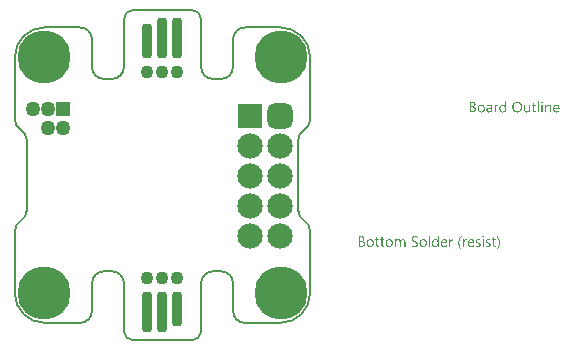
<source format=gbs>
G04*
G04 #@! TF.GenerationSoftware,Altium Limited,Altium Designer,21.9.2 (33)*
G04*
G04 Layer_Color=16711935*
%FSAX25Y25*%
%MOIN*%
G70*
G04*
G04 #@! TF.SameCoordinates,782488B1-D104-45AB-8946-8B4A8FA7571F*
G04*
G04*
G04 #@! TF.FilePolarity,Negative*
G04*
G01*
G75*
%ADD14C,0.00787*%
%ADD43C,0.00591*%
%ADD44R,0.08465X0.08465*%
%ADD45C,0.08465*%
G04:AMPARAMS|DCode=46|XSize=84.65mil|YSize=84.65mil|CornerRadius=22.64mil|HoleSize=0mil|Usage=FLASHONLY|Rotation=90.000|XOffset=0mil|YOffset=0mil|HoleType=Round|Shape=RoundedRectangle|*
%AMROUNDEDRECTD46*
21,1,0.08465,0.03937,0,0,90.0*
21,1,0.03937,0.08465,0,0,90.0*
1,1,0.04528,0.01968,0.01968*
1,1,0.04528,0.01968,-0.01968*
1,1,0.04528,-0.01968,-0.01968*
1,1,0.04528,-0.01968,0.01968*
%
%ADD46ROUNDEDRECTD46*%
%ADD48C,0.17717*%
%ADD49C,0.04961*%
%ADD50R,0.04961X0.04961*%
G04:AMPARAMS|DCode=63|XSize=35.43mil|YSize=135.83mil|CornerRadius=13.82mil|HoleSize=0mil|Usage=FLASHONLY|Rotation=180.000|XOffset=0mil|YOffset=0mil|HoleType=Round|Shape=RoundedRectangle|*
%AMROUNDEDRECTD63*
21,1,0.03543,0.10819,0,0,180.0*
21,1,0.00780,0.13583,0,0,180.0*
1,1,0.02764,-0.00390,0.05409*
1,1,0.02764,0.00390,0.05409*
1,1,0.02764,0.00390,-0.05409*
1,1,0.02764,-0.00390,-0.05409*
%
%ADD63ROUNDEDRECTD63*%
G04:AMPARAMS|DCode=64|XSize=35.43mil|YSize=116.14mil|CornerRadius=13.82mil|HoleSize=0mil|Usage=FLASHONLY|Rotation=180.000|XOffset=0mil|YOffset=0mil|HoleType=Round|Shape=RoundedRectangle|*
%AMROUNDEDRECTD64*
21,1,0.03543,0.08850,0,0,180.0*
21,1,0.00780,0.11614,0,0,180.0*
1,1,0.02764,-0.00390,0.04425*
1,1,0.02764,0.00390,0.04425*
1,1,0.02764,0.00390,-0.04425*
1,1,0.02764,-0.00390,-0.04425*
%
%ADD64ROUNDEDRECTD64*%
%ADD65C,0.04331*%
G36*
X0126532Y0024590D02*
X0126560Y0024583D01*
X0126588Y0024574D01*
X0126619Y0024559D01*
X0126650Y0024540D01*
X0126681Y0024515D01*
X0126684Y0024512D01*
X0126693Y0024503D01*
X0126705Y0024488D01*
X0126721Y0024466D01*
X0126733Y0024438D01*
X0126745Y0024407D01*
X0126755Y0024370D01*
X0126758Y0024330D01*
Y0024324D01*
Y0024311D01*
X0126755Y0024293D01*
X0126749Y0024265D01*
X0126739Y0024237D01*
X0126724Y0024206D01*
X0126705Y0024175D01*
X0126681Y0024145D01*
X0126677Y0024141D01*
X0126668Y0024132D01*
X0126650Y0024120D01*
X0126628Y0024108D01*
X0126600Y0024095D01*
X0126569Y0024083D01*
X0126535Y0024074D01*
X0126495Y0024070D01*
X0126477D01*
X0126458Y0024074D01*
X0126430Y0024080D01*
X0126402Y0024089D01*
X0126372Y0024101D01*
X0126341Y0024117D01*
X0126310Y0024141D01*
X0126307Y0024145D01*
X0126297Y0024154D01*
X0126285Y0024172D01*
X0126273Y0024194D01*
X0126260Y0024219D01*
X0126248Y0024253D01*
X0126239Y0024290D01*
X0126235Y0024330D01*
Y0024336D01*
Y0024349D01*
X0126239Y0024370D01*
X0126245Y0024395D01*
X0126254Y0024426D01*
X0126266Y0024457D01*
X0126285Y0024488D01*
X0126310Y0024515D01*
X0126313Y0024519D01*
X0126322Y0024528D01*
X0126341Y0024540D01*
X0126362Y0024556D01*
X0126390Y0024568D01*
X0126421Y0024580D01*
X0126455Y0024590D01*
X0126495Y0024593D01*
X0126514D01*
X0126532Y0024590D01*
D02*
G37*
G36*
X0114565Y0020925D02*
X0114163D01*
Y0021348D01*
X0114154D01*
X0114151Y0021342D01*
X0114141Y0021327D01*
X0114123Y0021305D01*
X0114101Y0021274D01*
X0114070Y0021237D01*
X0114036Y0021197D01*
X0113993Y0021154D01*
X0113940Y0021107D01*
X0113885Y0021061D01*
X0113820Y0021017D01*
X0113749Y0020977D01*
X0113672Y0020940D01*
X0113588Y0020909D01*
X0113496Y0020888D01*
X0113397Y0020872D01*
X0113292Y0020866D01*
X0113270D01*
X0113245Y0020869D01*
X0113214Y0020872D01*
X0113174Y0020875D01*
X0113128Y0020885D01*
X0113075Y0020894D01*
X0113020Y0020909D01*
X0112961Y0020925D01*
X0112899Y0020950D01*
X0112837Y0020974D01*
X0112772Y0021008D01*
X0112711Y0021045D01*
X0112649Y0021092D01*
X0112590Y0021144D01*
X0112534Y0021203D01*
X0112531Y0021206D01*
X0112522Y0021218D01*
X0112510Y0021237D01*
X0112491Y0021265D01*
X0112470Y0021299D01*
X0112445Y0021339D01*
X0112420Y0021388D01*
X0112395Y0021444D01*
X0112368Y0021506D01*
X0112343Y0021574D01*
X0112318Y0021651D01*
X0112297Y0021731D01*
X0112278Y0021818D01*
X0112266Y0021914D01*
X0112256Y0022013D01*
X0112253Y0022118D01*
Y0022121D01*
Y0022124D01*
Y0022133D01*
Y0022145D01*
X0112256Y0022176D01*
X0112259Y0022220D01*
X0112263Y0022275D01*
X0112269Y0022334D01*
X0112278Y0022402D01*
X0112294Y0022476D01*
X0112309Y0022553D01*
X0112330Y0022637D01*
X0112355Y0022717D01*
X0112386Y0022804D01*
X0112420Y0022884D01*
X0112463Y0022964D01*
X0112510Y0023042D01*
X0112565Y0023116D01*
X0112568Y0023119D01*
X0112581Y0023131D01*
X0112599Y0023150D01*
X0112624Y0023174D01*
X0112655Y0023202D01*
X0112692Y0023236D01*
X0112738Y0023270D01*
X0112788Y0023304D01*
X0112847Y0023338D01*
X0112908Y0023372D01*
X0112976Y0023406D01*
X0113050Y0023434D01*
X0113131Y0023459D01*
X0113217Y0023477D01*
X0113307Y0023490D01*
X0113403Y0023493D01*
X0113424D01*
X0113452Y0023490D01*
X0113486Y0023486D01*
X0113530Y0023480D01*
X0113579Y0023471D01*
X0113631Y0023459D01*
X0113690Y0023443D01*
X0113752Y0023422D01*
X0113814Y0023394D01*
X0113875Y0023360D01*
X0113937Y0023320D01*
X0113996Y0023273D01*
X0114055Y0023221D01*
X0114107Y0023156D01*
X0114154Y0023085D01*
X0114163D01*
Y0024639D01*
X0114565D01*
Y0020925D01*
D02*
G37*
G36*
X0128779Y0023490D02*
X0128806D01*
X0128840Y0023483D01*
X0128881Y0023477D01*
X0128924Y0023471D01*
X0128970Y0023459D01*
X0129020Y0023446D01*
X0129072Y0023428D01*
X0129125Y0023406D01*
X0129177Y0023378D01*
X0129227Y0023347D01*
X0129276Y0023313D01*
X0129323Y0023270D01*
X0129366Y0023224D01*
X0129369Y0023221D01*
X0129375Y0023211D01*
X0129387Y0023196D01*
X0129400Y0023174D01*
X0129415Y0023147D01*
X0129434Y0023113D01*
X0129455Y0023072D01*
X0129477Y0023029D01*
X0129496Y0022977D01*
X0129517Y0022921D01*
X0129536Y0022856D01*
X0129551Y0022788D01*
X0129563Y0022714D01*
X0129576Y0022634D01*
X0129582Y0022550D01*
X0129585Y0022457D01*
Y0020925D01*
X0129183D01*
Y0022355D01*
Y0022359D01*
Y0022365D01*
Y0022374D01*
Y0022389D01*
X0129180Y0022408D01*
Y0022430D01*
X0129174Y0022479D01*
X0129165Y0022541D01*
X0129153Y0022609D01*
X0129134Y0022680D01*
X0129109Y0022754D01*
X0129078Y0022828D01*
X0129041Y0022899D01*
X0128995Y0022967D01*
X0128936Y0023029D01*
X0128871Y0023079D01*
X0128834Y0023100D01*
X0128791Y0023119D01*
X0128748Y0023134D01*
X0128701Y0023144D01*
X0128652Y0023150D01*
X0128599Y0023153D01*
X0128572D01*
X0128550Y0023150D01*
X0128525Y0023147D01*
X0128494Y0023140D01*
X0128460Y0023134D01*
X0128426Y0023125D01*
X0128386Y0023113D01*
X0128346Y0023097D01*
X0128306Y0023079D01*
X0128263Y0023057D01*
X0128222Y0023029D01*
X0128179Y0022998D01*
X0128139Y0022964D01*
X0128102Y0022924D01*
X0128099Y0022921D01*
X0128093Y0022915D01*
X0128083Y0022902D01*
X0128071Y0022884D01*
X0128056Y0022862D01*
X0128040Y0022835D01*
X0128022Y0022804D01*
X0128003Y0022770D01*
X0127984Y0022729D01*
X0127966Y0022686D01*
X0127951Y0022640D01*
X0127935Y0022590D01*
X0127923Y0022535D01*
X0127913Y0022479D01*
X0127907Y0022417D01*
X0127904Y0022355D01*
Y0020925D01*
X0127502D01*
Y0023434D01*
X0127904D01*
Y0023017D01*
X0127913D01*
X0127917Y0023023D01*
X0127926Y0023038D01*
X0127944Y0023060D01*
X0127966Y0023091D01*
X0127997Y0023128D01*
X0128031Y0023168D01*
X0128074Y0023211D01*
X0128123Y0023255D01*
X0128179Y0023298D01*
X0128241Y0023341D01*
X0128309Y0023381D01*
X0128380Y0023418D01*
X0128460Y0023449D01*
X0128547Y0023471D01*
X0128640Y0023486D01*
X0128738Y0023493D01*
X0128757D01*
X0128779Y0023490D01*
D02*
G37*
G36*
X0111802Y0023474D02*
X0111836D01*
X0111873Y0023468D01*
X0111913Y0023462D01*
X0111954Y0023456D01*
X0111988Y0023443D01*
Y0023026D01*
X0111981Y0023029D01*
X0111969Y0023038D01*
X0111944Y0023051D01*
X0111910Y0023066D01*
X0111864Y0023082D01*
X0111814Y0023094D01*
X0111753Y0023103D01*
X0111682Y0023106D01*
X0111657D01*
X0111638Y0023103D01*
X0111617Y0023100D01*
X0111592Y0023094D01*
X0111533Y0023076D01*
X0111499Y0023063D01*
X0111465Y0023048D01*
X0111428Y0023026D01*
X0111391Y0023004D01*
X0111357Y0022977D01*
X0111320Y0022943D01*
X0111286Y0022906D01*
X0111252Y0022862D01*
X0111249Y0022859D01*
X0111246Y0022850D01*
X0111237Y0022838D01*
X0111224Y0022819D01*
X0111212Y0022794D01*
X0111196Y0022763D01*
X0111181Y0022729D01*
X0111166Y0022689D01*
X0111150Y0022646D01*
X0111135Y0022596D01*
X0111119Y0022541D01*
X0111107Y0022482D01*
X0111094Y0022417D01*
X0111085Y0022349D01*
X0111082Y0022278D01*
X0111079Y0022201D01*
Y0020925D01*
X0110677D01*
Y0023434D01*
X0111079D01*
Y0022915D01*
X0111088D01*
Y0022918D01*
X0111091Y0022927D01*
X0111098Y0022940D01*
X0111104Y0022958D01*
X0111113Y0022980D01*
X0111125Y0023008D01*
X0111153Y0023066D01*
X0111190Y0023134D01*
X0111237Y0023202D01*
X0111289Y0023267D01*
X0111351Y0023329D01*
X0111354Y0023332D01*
X0111360Y0023335D01*
X0111370Y0023341D01*
X0111382Y0023354D01*
X0111397Y0023363D01*
X0111419Y0023375D01*
X0111465Y0023403D01*
X0111524Y0023431D01*
X0111592Y0023456D01*
X0111666Y0023471D01*
X0111706Y0023474D01*
X0111747Y0023477D01*
X0111771D01*
X0111802Y0023474D01*
D02*
G37*
G36*
X0122565Y0020925D02*
X0122163D01*
Y0021320D01*
X0122154D01*
X0122151Y0021314D01*
X0122141Y0021302D01*
X0122126Y0021277D01*
X0122107Y0021249D01*
X0122080Y0021215D01*
X0122046Y0021178D01*
X0122008Y0021135D01*
X0121962Y0021095D01*
X0121913Y0021052D01*
X0121854Y0021011D01*
X0121792Y0020971D01*
X0121721Y0020937D01*
X0121644Y0020909D01*
X0121563Y0020885D01*
X0121474Y0020872D01*
X0121378Y0020866D01*
X0121356D01*
X0121341Y0020869D01*
X0121319D01*
X0121295Y0020872D01*
X0121267Y0020878D01*
X0121239Y0020882D01*
X0121171Y0020900D01*
X0121094Y0020922D01*
X0121013Y0020956D01*
X0120973Y0020977D01*
X0120930Y0020999D01*
X0120887Y0021027D01*
X0120847Y0021055D01*
X0120806Y0021089D01*
X0120766Y0021126D01*
X0120726Y0021169D01*
X0120689Y0021212D01*
X0120655Y0021262D01*
X0120621Y0021317D01*
X0120593Y0021376D01*
X0120565Y0021438D01*
X0120541Y0021506D01*
X0120519Y0021580D01*
X0120504Y0021660D01*
X0120491Y0021744D01*
X0120485Y0021836D01*
X0120482Y0021932D01*
Y0023434D01*
X0120881D01*
Y0021997D01*
Y0021994D01*
Y0021988D01*
Y0021979D01*
Y0021963D01*
X0120884Y0021945D01*
Y0021923D01*
X0120890Y0021873D01*
X0120899Y0021812D01*
X0120912Y0021747D01*
X0120933Y0021673D01*
X0120958Y0021602D01*
X0120989Y0021527D01*
X0121029Y0021453D01*
X0121078Y0021388D01*
X0121137Y0021327D01*
X0121208Y0021277D01*
X0121245Y0021256D01*
X0121288Y0021237D01*
X0121335Y0021222D01*
X0121381Y0021212D01*
X0121434Y0021206D01*
X0121489Y0021203D01*
X0121517D01*
X0121539Y0021206D01*
X0121563Y0021209D01*
X0121591Y0021215D01*
X0121625Y0021222D01*
X0121659Y0021231D01*
X0121696Y0021240D01*
X0121737Y0021256D01*
X0121777Y0021274D01*
X0121817Y0021296D01*
X0121857Y0021320D01*
X0121897Y0021348D01*
X0121934Y0021382D01*
X0121971Y0021419D01*
X0121974Y0021422D01*
X0121981Y0021429D01*
X0121990Y0021441D01*
X0122002Y0021459D01*
X0122015Y0021481D01*
X0122033Y0021506D01*
X0122049Y0021537D01*
X0122067Y0021571D01*
X0122086Y0021611D01*
X0122101Y0021654D01*
X0122120Y0021700D01*
X0122132Y0021750D01*
X0122144Y0021805D01*
X0122154Y0021861D01*
X0122160Y0021923D01*
X0122163Y0021988D01*
Y0023434D01*
X0122565D01*
Y0020925D01*
D02*
G37*
G36*
X0126690D02*
X0126288D01*
Y0023434D01*
X0126690D01*
Y0020925D01*
D02*
G37*
G36*
X0125475D02*
X0125074D01*
Y0024639D01*
X0125475D01*
Y0020925D01*
D02*
G37*
G36*
X0109074Y0023490D02*
X0109095D01*
X0109117Y0023486D01*
X0109145Y0023483D01*
X0109176Y0023477D01*
X0109240Y0023465D01*
X0109318Y0023443D01*
X0109395Y0023415D01*
X0109478Y0023375D01*
X0109562Y0023326D01*
X0109602Y0023298D01*
X0109642Y0023264D01*
X0109679Y0023227D01*
X0109716Y0023190D01*
X0109750Y0023147D01*
X0109781Y0023097D01*
X0109812Y0023048D01*
X0109840Y0022992D01*
X0109862Y0022930D01*
X0109883Y0022865D01*
X0109899Y0022797D01*
X0109911Y0022720D01*
X0109917Y0022643D01*
X0109920Y0022556D01*
Y0020925D01*
X0109519D01*
Y0021314D01*
X0109509D01*
X0109506Y0021308D01*
X0109497Y0021296D01*
X0109482Y0021274D01*
X0109460Y0021243D01*
X0109432Y0021209D01*
X0109398Y0021172D01*
X0109361Y0021132D01*
X0109315Y0021092D01*
X0109262Y0021048D01*
X0109206Y0021008D01*
X0109142Y0020971D01*
X0109074Y0020937D01*
X0108996Y0020906D01*
X0108916Y0020885D01*
X0108830Y0020872D01*
X0108737Y0020866D01*
X0108700D01*
X0108675Y0020869D01*
X0108644Y0020872D01*
X0108607Y0020875D01*
X0108567Y0020882D01*
X0108524Y0020891D01*
X0108428Y0020916D01*
X0108381Y0020931D01*
X0108332Y0020950D01*
X0108283Y0020971D01*
X0108236Y0020999D01*
X0108193Y0021030D01*
X0108150Y0021064D01*
X0108147Y0021067D01*
X0108141Y0021073D01*
X0108131Y0021086D01*
X0108116Y0021101D01*
X0108100Y0021120D01*
X0108085Y0021144D01*
X0108063Y0021172D01*
X0108045Y0021203D01*
X0108026Y0021240D01*
X0108008Y0021280D01*
X0107989Y0021324D01*
X0107974Y0021370D01*
X0107958Y0021419D01*
X0107949Y0021472D01*
X0107943Y0021531D01*
X0107940Y0021589D01*
Y0021592D01*
Y0021599D01*
Y0021608D01*
X0107943Y0021620D01*
Y0021636D01*
X0107946Y0021654D01*
X0107952Y0021700D01*
X0107964Y0021756D01*
X0107983Y0021818D01*
X0108008Y0021886D01*
X0108045Y0021957D01*
X0108088Y0022028D01*
X0108141Y0022099D01*
X0108175Y0022133D01*
X0108209Y0022167D01*
X0108249Y0022201D01*
X0108289Y0022232D01*
X0108335Y0022263D01*
X0108385Y0022291D01*
X0108437Y0022315D01*
X0108496Y0022340D01*
X0108558Y0022362D01*
X0108623Y0022380D01*
X0108694Y0022396D01*
X0108768Y0022408D01*
X0109519Y0022513D01*
Y0022516D01*
Y0022519D01*
Y0022529D01*
Y0022541D01*
X0109516Y0022572D01*
X0109509Y0022612D01*
X0109503Y0022661D01*
X0109491Y0022717D01*
X0109475Y0022773D01*
X0109454Y0022835D01*
X0109426Y0022893D01*
X0109392Y0022952D01*
X0109352Y0023004D01*
X0109302Y0023054D01*
X0109240Y0023094D01*
X0109173Y0023125D01*
X0109135Y0023137D01*
X0109092Y0023147D01*
X0109049Y0023150D01*
X0109003Y0023153D01*
X0108981D01*
X0108959Y0023150D01*
X0108925Y0023147D01*
X0108885Y0023144D01*
X0108839Y0023137D01*
X0108786Y0023128D01*
X0108731Y0023116D01*
X0108669Y0023097D01*
X0108604Y0023079D01*
X0108536Y0023054D01*
X0108465Y0023023D01*
X0108394Y0022986D01*
X0108323Y0022946D01*
X0108252Y0022899D01*
X0108184Y0022844D01*
Y0023255D01*
X0108187Y0023258D01*
X0108199Y0023264D01*
X0108221Y0023276D01*
X0108249Y0023292D01*
X0108286Y0023310D01*
X0108326Y0023329D01*
X0108375Y0023350D01*
X0108431Y0023375D01*
X0108490Y0023397D01*
X0108555Y0023418D01*
X0108626Y0023437D01*
X0108700Y0023456D01*
X0108780Y0023471D01*
X0108861Y0023483D01*
X0108947Y0023490D01*
X0109037Y0023493D01*
X0109058D01*
X0109074Y0023490D01*
D02*
G37*
G36*
X0103437Y0024435D02*
X0103475Y0024432D01*
X0103518Y0024426D01*
X0103567Y0024420D01*
X0103623Y0024410D01*
X0103679Y0024398D01*
X0103737Y0024383D01*
X0103799Y0024364D01*
X0103858Y0024342D01*
X0103920Y0024318D01*
X0103975Y0024287D01*
X0104031Y0024253D01*
X0104083Y0024213D01*
X0104086Y0024209D01*
X0104096Y0024203D01*
X0104108Y0024191D01*
X0104123Y0024172D01*
X0104145Y0024151D01*
X0104167Y0024123D01*
X0104192Y0024092D01*
X0104216Y0024058D01*
X0104241Y0024018D01*
X0104266Y0023975D01*
X0104287Y0023925D01*
X0104309Y0023876D01*
X0104324Y0023820D01*
X0104337Y0023762D01*
X0104346Y0023700D01*
X0104349Y0023635D01*
Y0023632D01*
Y0023622D01*
Y0023607D01*
X0104346Y0023585D01*
X0104343Y0023558D01*
X0104340Y0023530D01*
X0104337Y0023496D01*
X0104331Y0023459D01*
X0104309Y0023375D01*
X0104281Y0023289D01*
X0104263Y0023242D01*
X0104241Y0023199D01*
X0104216Y0023156D01*
X0104188Y0023113D01*
X0104185Y0023110D01*
X0104182Y0023103D01*
X0104173Y0023091D01*
X0104157Y0023076D01*
X0104142Y0023060D01*
X0104123Y0023038D01*
X0104099Y0023017D01*
X0104074Y0022992D01*
X0104043Y0022967D01*
X0104009Y0022940D01*
X0103972Y0022915D01*
X0103932Y0022887D01*
X0103889Y0022862D01*
X0103845Y0022841D01*
X0103743Y0022801D01*
Y0022791D01*
X0103746D01*
X0103759Y0022788D01*
X0103777Y0022785D01*
X0103802Y0022782D01*
X0103833Y0022776D01*
X0103867Y0022767D01*
X0103907Y0022754D01*
X0103947Y0022742D01*
X0104037Y0022708D01*
X0104086Y0022686D01*
X0104133Y0022658D01*
X0104179Y0022630D01*
X0104226Y0022600D01*
X0104272Y0022562D01*
X0104312Y0022522D01*
X0104315Y0022519D01*
X0104321Y0022513D01*
X0104331Y0022501D01*
X0104346Y0022482D01*
X0104361Y0022457D01*
X0104380Y0022433D01*
X0104399Y0022399D01*
X0104420Y0022365D01*
X0104439Y0022325D01*
X0104457Y0022278D01*
X0104476Y0022232D01*
X0104491Y0022179D01*
X0104507Y0022121D01*
X0104516Y0022062D01*
X0104522Y0022000D01*
X0104525Y0021932D01*
Y0021926D01*
Y0021914D01*
X0104522Y0021889D01*
X0104519Y0021858D01*
X0104516Y0021818D01*
X0104507Y0021775D01*
X0104497Y0021725D01*
X0104485Y0021673D01*
X0104466Y0021614D01*
X0104445Y0021555D01*
X0104420Y0021497D01*
X0104389Y0021435D01*
X0104352Y0021373D01*
X0104309Y0021314D01*
X0104260Y0021259D01*
X0104201Y0021203D01*
X0104198Y0021200D01*
X0104185Y0021191D01*
X0104167Y0021178D01*
X0104142Y0021160D01*
X0104111Y0021138D01*
X0104071Y0021116D01*
X0104028Y0021089D01*
X0103978Y0021064D01*
X0103920Y0021039D01*
X0103858Y0021014D01*
X0103793Y0020990D01*
X0103719Y0020968D01*
X0103641Y0020950D01*
X0103561Y0020937D01*
X0103475Y0020928D01*
X0103385Y0020925D01*
X0102362D01*
Y0024438D01*
X0103403D01*
X0103437Y0024435D01*
D02*
G37*
G36*
X0123906Y0023434D02*
X0124539D01*
Y0023088D01*
X0123906D01*
Y0021676D01*
Y0021673D01*
Y0021663D01*
Y0021651D01*
Y0021636D01*
X0123909Y0021614D01*
X0123912Y0021589D01*
X0123918Y0021537D01*
X0123927Y0021475D01*
X0123943Y0021416D01*
X0123964Y0021361D01*
X0123977Y0021336D01*
X0123992Y0021314D01*
X0123995Y0021311D01*
X0124008Y0021299D01*
X0124029Y0021280D01*
X0124060Y0021262D01*
X0124100Y0021240D01*
X0124150Y0021225D01*
X0124208Y0021212D01*
X0124276Y0021206D01*
X0124301D01*
X0124329Y0021209D01*
X0124366Y0021215D01*
X0124406Y0021228D01*
X0124453Y0021240D01*
X0124496Y0021262D01*
X0124539Y0021290D01*
Y0020946D01*
X0124536D01*
X0124533Y0020943D01*
X0124524Y0020940D01*
X0124514Y0020934D01*
X0124480Y0020922D01*
X0124440Y0020909D01*
X0124385Y0020897D01*
X0124320Y0020885D01*
X0124246Y0020875D01*
X0124162Y0020872D01*
X0124134D01*
X0124100Y0020878D01*
X0124060Y0020885D01*
X0124011Y0020894D01*
X0123955Y0020912D01*
X0123893Y0020934D01*
X0123835Y0020965D01*
X0123773Y0021002D01*
X0123711Y0021052D01*
X0123655Y0021110D01*
X0123631Y0021144D01*
X0123606Y0021181D01*
X0123584Y0021222D01*
X0123566Y0021265D01*
X0123547Y0021311D01*
X0123532Y0021364D01*
X0123519Y0021416D01*
X0123510Y0021475D01*
X0123507Y0021537D01*
X0123504Y0021605D01*
Y0023088D01*
X0123074D01*
Y0023434D01*
X0123504D01*
Y0024046D01*
X0123906Y0024175D01*
Y0023434D01*
D02*
G37*
G36*
X0131374Y0023490D02*
X0131408Y0023486D01*
X0131451Y0023483D01*
X0131498Y0023477D01*
X0131550Y0023465D01*
X0131606Y0023452D01*
X0131668Y0023437D01*
X0131730Y0023415D01*
X0131791Y0023388D01*
X0131856Y0023357D01*
X0131918Y0023320D01*
X0131977Y0023276D01*
X0132036Y0023227D01*
X0132088Y0023171D01*
X0132091Y0023168D01*
X0132100Y0023156D01*
X0132113Y0023137D01*
X0132131Y0023113D01*
X0132150Y0023082D01*
X0132175Y0023042D01*
X0132199Y0022995D01*
X0132224Y0022943D01*
X0132249Y0022881D01*
X0132273Y0022816D01*
X0132298Y0022742D01*
X0132317Y0022664D01*
X0132335Y0022578D01*
X0132348Y0022488D01*
X0132357Y0022389D01*
X0132360Y0022287D01*
Y0022077D01*
X0130586D01*
Y0022071D01*
Y0022059D01*
X0130589Y0022037D01*
X0130592Y0022009D01*
X0130596Y0021972D01*
X0130602Y0021932D01*
X0130608Y0021889D01*
X0130620Y0021839D01*
X0130648Y0021734D01*
X0130667Y0021682D01*
X0130688Y0021626D01*
X0130713Y0021574D01*
X0130741Y0021521D01*
X0130775Y0021475D01*
X0130812Y0021429D01*
X0130815Y0021425D01*
X0130821Y0021419D01*
X0130833Y0021407D01*
X0130852Y0021395D01*
X0130874Y0021376D01*
X0130901Y0021358D01*
X0130932Y0021336D01*
X0130966Y0021317D01*
X0131007Y0021296D01*
X0131053Y0021274D01*
X0131099Y0021256D01*
X0131155Y0021237D01*
X0131210Y0021225D01*
X0131272Y0021212D01*
X0131337Y0021206D01*
X0131405Y0021203D01*
X0131424D01*
X0131445Y0021206D01*
X0131476D01*
X0131513Y0021212D01*
X0131556Y0021218D01*
X0131606Y0021228D01*
X0131662Y0021237D01*
X0131720Y0021252D01*
X0131782Y0021271D01*
X0131847Y0021293D01*
X0131912Y0021320D01*
X0131980Y0021351D01*
X0132048Y0021388D01*
X0132116Y0021432D01*
X0132184Y0021481D01*
Y0021104D01*
X0132181Y0021101D01*
X0132168Y0021095D01*
X0132150Y0021082D01*
X0132125Y0021067D01*
X0132091Y0021048D01*
X0132051Y0021030D01*
X0132005Y0021008D01*
X0131952Y0020987D01*
X0131890Y0020962D01*
X0131825Y0020940D01*
X0131754Y0020922D01*
X0131677Y0020903D01*
X0131594Y0020888D01*
X0131504Y0020875D01*
X0131408Y0020869D01*
X0131309Y0020866D01*
X0131285D01*
X0131260Y0020869D01*
X0131223Y0020872D01*
X0131176Y0020875D01*
X0131124Y0020885D01*
X0131068Y0020894D01*
X0131007Y0020909D01*
X0130942Y0020928D01*
X0130874Y0020950D01*
X0130803Y0020977D01*
X0130735Y0021008D01*
X0130664Y0021048D01*
X0130599Y0021095D01*
X0130534Y0021147D01*
X0130475Y0021206D01*
X0130472Y0021209D01*
X0130463Y0021222D01*
X0130447Y0021243D01*
X0130429Y0021271D01*
X0130404Y0021305D01*
X0130379Y0021348D01*
X0130351Y0021398D01*
X0130324Y0021456D01*
X0130296Y0021518D01*
X0130268Y0021592D01*
X0130243Y0021669D01*
X0130219Y0021756D01*
X0130200Y0021849D01*
X0130185Y0021948D01*
X0130175Y0022056D01*
X0130172Y0022167D01*
Y0022170D01*
Y0022173D01*
Y0022183D01*
Y0022192D01*
X0130175Y0022223D01*
X0130178Y0022266D01*
X0130182Y0022315D01*
X0130191Y0022371D01*
X0130200Y0022436D01*
X0130212Y0022507D01*
X0130231Y0022581D01*
X0130253Y0022658D01*
X0130280Y0022739D01*
X0130311Y0022819D01*
X0130348Y0022896D01*
X0130395Y0022977D01*
X0130444Y0023051D01*
X0130503Y0023122D01*
X0130506Y0023125D01*
X0130518Y0023137D01*
X0130537Y0023156D01*
X0130561Y0023180D01*
X0130596Y0023208D01*
X0130636Y0023239D01*
X0130679Y0023273D01*
X0130731Y0023307D01*
X0130787Y0023341D01*
X0130852Y0023375D01*
X0130920Y0023406D01*
X0130991Y0023434D01*
X0131068Y0023459D01*
X0131152Y0023477D01*
X0131238Y0023490D01*
X0131328Y0023493D01*
X0131350D01*
X0131374Y0023490D01*
D02*
G37*
G36*
X0118331Y0024494D02*
X0118353D01*
X0118375Y0024491D01*
X0118402D01*
X0118464Y0024481D01*
X0118535Y0024472D01*
X0118616Y0024457D01*
X0118702Y0024435D01*
X0118792Y0024410D01*
X0118887Y0024376D01*
X0118983Y0024336D01*
X0119082Y0024290D01*
X0119181Y0024234D01*
X0119274Y0024169D01*
X0119367Y0024092D01*
X0119453Y0024006D01*
X0119459Y0023999D01*
X0119472Y0023984D01*
X0119493Y0023956D01*
X0119524Y0023916D01*
X0119555Y0023866D01*
X0119595Y0023808D01*
X0119635Y0023740D01*
X0119676Y0023663D01*
X0119716Y0023573D01*
X0119756Y0023477D01*
X0119796Y0023372D01*
X0119830Y0023258D01*
X0119858Y0023134D01*
X0119879Y0023004D01*
X0119892Y0022869D01*
X0119898Y0022723D01*
Y0022720D01*
Y0022714D01*
Y0022702D01*
Y0022686D01*
X0119895Y0022664D01*
Y0022640D01*
X0119892Y0022612D01*
Y0022581D01*
X0119889Y0022547D01*
X0119886Y0022510D01*
X0119873Y0022427D01*
X0119861Y0022331D01*
X0119842Y0022232D01*
X0119818Y0022124D01*
X0119787Y0022013D01*
X0119750Y0021901D01*
X0119706Y0021787D01*
X0119654Y0021676D01*
X0119592Y0021565D01*
X0119521Y0021463D01*
X0119441Y0021364D01*
X0119434Y0021358D01*
X0119419Y0021342D01*
X0119394Y0021317D01*
X0119357Y0021286D01*
X0119311Y0021249D01*
X0119255Y0021206D01*
X0119193Y0021163D01*
X0119119Y0021116D01*
X0119036Y0021070D01*
X0118943Y0021024D01*
X0118844Y0020980D01*
X0118736Y0020943D01*
X0118619Y0020912D01*
X0118495Y0020888D01*
X0118362Y0020872D01*
X0118223Y0020866D01*
X0118189D01*
X0118174Y0020869D01*
X0118152D01*
X0118127Y0020872D01*
X0118100Y0020875D01*
X0118035Y0020882D01*
X0117964Y0020891D01*
X0117880Y0020906D01*
X0117794Y0020928D01*
X0117698Y0020953D01*
X0117602Y0020987D01*
X0117503Y0021027D01*
X0117401Y0021073D01*
X0117302Y0021129D01*
X0117207Y0021197D01*
X0117111Y0021271D01*
X0117024Y0021358D01*
X0117018Y0021364D01*
X0117006Y0021379D01*
X0116984Y0021407D01*
X0116953Y0021447D01*
X0116919Y0021497D01*
X0116882Y0021555D01*
X0116842Y0021623D01*
X0116802Y0021703D01*
X0116759Y0021790D01*
X0116718Y0021886D01*
X0116681Y0021991D01*
X0116647Y0022105D01*
X0116616Y0022229D01*
X0116595Y0022359D01*
X0116582Y0022495D01*
X0116576Y0022640D01*
Y0022643D01*
Y0022649D01*
Y0022661D01*
Y0022677D01*
X0116579Y0022698D01*
Y0022720D01*
X0116582Y0022748D01*
Y0022779D01*
X0116586Y0022813D01*
X0116592Y0022853D01*
X0116601Y0022933D01*
X0116613Y0023026D01*
X0116635Y0023125D01*
X0116656Y0023233D01*
X0116687Y0023341D01*
X0116725Y0023452D01*
X0116768Y0023567D01*
X0116820Y0023678D01*
X0116882Y0023786D01*
X0116953Y0023891D01*
X0117034Y0023990D01*
X0117040Y0023996D01*
X0117055Y0024012D01*
X0117080Y0024036D01*
X0117117Y0024070D01*
X0117163Y0024108D01*
X0117222Y0024151D01*
X0117287Y0024197D01*
X0117361Y0024243D01*
X0117448Y0024290D01*
X0117540Y0024336D01*
X0117642Y0024379D01*
X0117754Y0024417D01*
X0117874Y0024451D01*
X0118001Y0024475D01*
X0118137Y0024491D01*
X0118282Y0024497D01*
X0118313D01*
X0118331Y0024494D01*
D02*
G37*
G36*
X0106345Y0023490D02*
X0106385Y0023486D01*
X0106432Y0023483D01*
X0106487Y0023474D01*
X0106546Y0023465D01*
X0106611Y0023449D01*
X0106682Y0023431D01*
X0106753Y0023409D01*
X0106824Y0023381D01*
X0106898Y0023347D01*
X0106969Y0023307D01*
X0107041Y0023261D01*
X0107105Y0023208D01*
X0107167Y0023147D01*
X0107170Y0023144D01*
X0107179Y0023131D01*
X0107195Y0023110D01*
X0107217Y0023082D01*
X0107241Y0023048D01*
X0107266Y0023004D01*
X0107297Y0022955D01*
X0107325Y0022896D01*
X0107356Y0022831D01*
X0107383Y0022760D01*
X0107408Y0022683D01*
X0107433Y0022596D01*
X0107455Y0022504D01*
X0107470Y0022405D01*
X0107479Y0022300D01*
X0107482Y0022189D01*
Y0022186D01*
Y0022183D01*
Y0022173D01*
Y0022161D01*
X0107479Y0022130D01*
X0107476Y0022090D01*
X0107473Y0022037D01*
X0107464Y0021979D01*
X0107455Y0021914D01*
X0107439Y0021843D01*
X0107421Y0021768D01*
X0107399Y0021688D01*
X0107371Y0021608D01*
X0107340Y0021527D01*
X0107300Y0021447D01*
X0107254Y0021370D01*
X0107201Y0021296D01*
X0107142Y0021225D01*
X0107139Y0021222D01*
X0107127Y0021209D01*
X0107108Y0021191D01*
X0107081Y0021169D01*
X0107047Y0021141D01*
X0107007Y0021110D01*
X0106957Y0021079D01*
X0106901Y0021045D01*
X0106840Y0021011D01*
X0106772Y0020980D01*
X0106697Y0020950D01*
X0106617Y0020922D01*
X0106527Y0020900D01*
X0106435Y0020882D01*
X0106339Y0020869D01*
X0106234Y0020866D01*
X0106209D01*
X0106181Y0020869D01*
X0106141Y0020872D01*
X0106095Y0020875D01*
X0106039Y0020885D01*
X0105981Y0020894D01*
X0105916Y0020909D01*
X0105845Y0020928D01*
X0105774Y0020953D01*
X0105699Y0020980D01*
X0105625Y0021014D01*
X0105551Y0021055D01*
X0105477Y0021101D01*
X0105409Y0021154D01*
X0105344Y0021215D01*
X0105341Y0021218D01*
X0105329Y0021231D01*
X0105313Y0021252D01*
X0105291Y0021280D01*
X0105267Y0021314D01*
X0105239Y0021358D01*
X0105211Y0021407D01*
X0105180Y0021466D01*
X0105149Y0021527D01*
X0105119Y0021599D01*
X0105091Y0021676D01*
X0105066Y0021759D01*
X0105044Y0021846D01*
X0105029Y0021941D01*
X0105017Y0022043D01*
X0105013Y0022149D01*
Y0022152D01*
Y0022155D01*
Y0022164D01*
Y0022176D01*
X0105017Y0022210D01*
X0105020Y0022254D01*
X0105023Y0022306D01*
X0105032Y0022368D01*
X0105041Y0022436D01*
X0105057Y0022510D01*
X0105075Y0022587D01*
X0105097Y0022668D01*
X0105125Y0022751D01*
X0105159Y0022835D01*
X0105199Y0022915D01*
X0105242Y0022992D01*
X0105295Y0023066D01*
X0105356Y0023137D01*
X0105359Y0023140D01*
X0105372Y0023153D01*
X0105394Y0023171D01*
X0105421Y0023193D01*
X0105455Y0023221D01*
X0105499Y0023248D01*
X0105548Y0023282D01*
X0105604Y0023316D01*
X0105665Y0023347D01*
X0105736Y0023381D01*
X0105814Y0023409D01*
X0105897Y0023437D01*
X0105987Y0023459D01*
X0106083Y0023477D01*
X0106184Y0023490D01*
X0106293Y0023493D01*
X0106317D01*
X0106345Y0023490D01*
D02*
G37*
G36*
X0106933Y-0020243D02*
X0106961Y-0020249D01*
X0106989Y-0020258D01*
X0107020Y-0020274D01*
X0107051Y-0020292D01*
X0107082Y-0020317D01*
X0107085Y-0020320D01*
X0107094Y-0020329D01*
X0107106Y-0020345D01*
X0107122Y-0020366D01*
X0107134Y-0020394D01*
X0107147Y-0020425D01*
X0107156Y-0020462D01*
X0107159Y-0020502D01*
Y-0020508D01*
Y-0020521D01*
X0107156Y-0020539D01*
X0107150Y-0020567D01*
X0107140Y-0020595D01*
X0107125Y-0020626D01*
X0107106Y-0020657D01*
X0107082Y-0020688D01*
X0107079Y-0020691D01*
X0107069Y-0020700D01*
X0107051Y-0020712D01*
X0107029Y-0020725D01*
X0107001Y-0020737D01*
X0106970Y-0020750D01*
X0106936Y-0020759D01*
X0106896Y-0020762D01*
X0106878D01*
X0106859Y-0020759D01*
X0106831Y-0020753D01*
X0106804Y-0020743D01*
X0106773Y-0020731D01*
X0106742Y-0020716D01*
X0106711Y-0020691D01*
X0106708Y-0020688D01*
X0106699Y-0020678D01*
X0106686Y-0020660D01*
X0106674Y-0020638D01*
X0106661Y-0020614D01*
X0106649Y-0020580D01*
X0106640Y-0020542D01*
X0106637Y-0020502D01*
Y-0020496D01*
Y-0020484D01*
X0106640Y-0020462D01*
X0106646Y-0020437D01*
X0106655Y-0020407D01*
X0106668Y-0020376D01*
X0106686Y-0020345D01*
X0106711Y-0020317D01*
X0106714Y-0020314D01*
X0106723Y-0020305D01*
X0106742Y-0020292D01*
X0106763Y-0020277D01*
X0106791Y-0020264D01*
X0106822Y-0020252D01*
X0106856Y-0020243D01*
X0106896Y-0020240D01*
X0106915D01*
X0106933Y-0020243D01*
D02*
G37*
G36*
X0084355Y-0020339D02*
X0084398D01*
X0084447Y-0020342D01*
X0084503Y-0020345D01*
X0084562Y-0020351D01*
X0084685Y-0020366D01*
X0084809Y-0020388D01*
X0084871Y-0020403D01*
X0084926Y-0020419D01*
X0084982Y-0020441D01*
X0085028Y-0020462D01*
Y-0020926D01*
X0085025Y-0020923D01*
X0085013Y-0020916D01*
X0084997Y-0020907D01*
X0084973Y-0020892D01*
X0084942Y-0020876D01*
X0084905Y-0020858D01*
X0084861Y-0020836D01*
X0084812Y-0020818D01*
X0084756Y-0020796D01*
X0084695Y-0020777D01*
X0084630Y-0020759D01*
X0084559Y-0020743D01*
X0084484Y-0020728D01*
X0084404Y-0020719D01*
X0084318Y-0020712D01*
X0084228Y-0020709D01*
X0084179D01*
X0084145Y-0020712D01*
X0084104Y-0020716D01*
X0084058Y-0020722D01*
X0084009Y-0020728D01*
X0083959Y-0020737D01*
X0083953D01*
X0083938Y-0020743D01*
X0083913Y-0020750D01*
X0083879Y-0020759D01*
X0083842Y-0020771D01*
X0083802Y-0020787D01*
X0083758Y-0020808D01*
X0083718Y-0020830D01*
X0083715Y-0020833D01*
X0083700Y-0020842D01*
X0083681Y-0020855D01*
X0083656Y-0020873D01*
X0083632Y-0020898D01*
X0083601Y-0020926D01*
X0083573Y-0020957D01*
X0083548Y-0020994D01*
X0083545Y-0020997D01*
X0083539Y-0021012D01*
X0083527Y-0021034D01*
X0083517Y-0021062D01*
X0083505Y-0021096D01*
X0083493Y-0021139D01*
X0083486Y-0021185D01*
X0083483Y-0021238D01*
Y-0021244D01*
Y-0021259D01*
X0083486Y-0021287D01*
X0083490Y-0021318D01*
X0083496Y-0021355D01*
X0083505Y-0021395D01*
X0083517Y-0021436D01*
X0083533Y-0021473D01*
X0083536Y-0021476D01*
X0083542Y-0021488D01*
X0083554Y-0021507D01*
X0083570Y-0021531D01*
X0083592Y-0021559D01*
X0083616Y-0021590D01*
X0083647Y-0021621D01*
X0083681Y-0021652D01*
X0083684Y-0021655D01*
X0083700Y-0021664D01*
X0083721Y-0021683D01*
X0083749Y-0021701D01*
X0083783Y-0021726D01*
X0083823Y-0021751D01*
X0083870Y-0021782D01*
X0083919Y-0021809D01*
X0083922D01*
X0083925Y-0021813D01*
X0083944Y-0021822D01*
X0083975Y-0021837D01*
X0084012Y-0021859D01*
X0084061Y-0021881D01*
X0084117Y-0021908D01*
X0084179Y-0021939D01*
X0084244Y-0021973D01*
X0084247D01*
X0084253Y-0021976D01*
X0084262Y-0021982D01*
X0084274Y-0021989D01*
X0084293Y-0021998D01*
X0084311Y-0022007D01*
X0084358Y-0022032D01*
X0084413Y-0022063D01*
X0084475Y-0022097D01*
X0084537Y-0022131D01*
X0084602Y-0022171D01*
X0084605D01*
X0084608Y-0022174D01*
X0084617Y-0022180D01*
X0084630Y-0022189D01*
X0084664Y-0022211D01*
X0084704Y-0022239D01*
X0084750Y-0022273D01*
X0084800Y-0022310D01*
X0084849Y-0022353D01*
X0084899Y-0022400D01*
X0084905Y-0022406D01*
X0084920Y-0022421D01*
X0084942Y-0022446D01*
X0084973Y-0022480D01*
X0085004Y-0022520D01*
X0085038Y-0022567D01*
X0085069Y-0022619D01*
X0085099Y-0022675D01*
Y-0022678D01*
X0085102Y-0022681D01*
X0085106Y-0022690D01*
X0085112Y-0022702D01*
X0085124Y-0022733D01*
X0085140Y-0022773D01*
X0085152Y-0022826D01*
X0085164Y-0022885D01*
X0085174Y-0022950D01*
X0085177Y-0023021D01*
Y-0023024D01*
Y-0023033D01*
Y-0023045D01*
Y-0023064D01*
X0085174Y-0023086D01*
X0085171Y-0023113D01*
X0085167Y-0023141D01*
X0085164Y-0023172D01*
X0085152Y-0023243D01*
X0085133Y-0023317D01*
X0085109Y-0023392D01*
X0085075Y-0023463D01*
Y-0023466D01*
X0085072Y-0023472D01*
X0085065Y-0023481D01*
X0085056Y-0023494D01*
X0085035Y-0023524D01*
X0085004Y-0023568D01*
X0084964Y-0023614D01*
X0084917Y-0023663D01*
X0084861Y-0023710D01*
X0084800Y-0023756D01*
X0084797D01*
X0084790Y-0023762D01*
X0084781Y-0023765D01*
X0084769Y-0023775D01*
X0084753Y-0023784D01*
X0084732Y-0023793D01*
X0084685Y-0023818D01*
X0084627Y-0023843D01*
X0084559Y-0023870D01*
X0084484Y-0023895D01*
X0084401Y-0023917D01*
X0084398D01*
X0084392Y-0023920D01*
X0084379D01*
X0084361Y-0023923D01*
X0084342Y-0023929D01*
X0084318Y-0023932D01*
X0084290Y-0023935D01*
X0084256Y-0023942D01*
X0084185Y-0023951D01*
X0084104Y-0023957D01*
X0084018Y-0023963D01*
X0083925Y-0023966D01*
X0083891D01*
X0083870Y-0023963D01*
X0083839D01*
X0083802Y-0023960D01*
X0083762Y-0023957D01*
X0083718Y-0023951D01*
X0083712D01*
X0083697Y-0023948D01*
X0083672Y-0023945D01*
X0083641Y-0023942D01*
X0083604Y-0023935D01*
X0083561Y-0023929D01*
X0083517Y-0023923D01*
X0083468Y-0023914D01*
X0083462D01*
X0083446Y-0023911D01*
X0083422Y-0023904D01*
X0083391Y-0023895D01*
X0083354Y-0023889D01*
X0083313Y-0023877D01*
X0083227Y-0023852D01*
X0083221Y-0023849D01*
X0083208Y-0023846D01*
X0083187Y-0023836D01*
X0083162Y-0023827D01*
X0083134Y-0023815D01*
X0083103Y-0023799D01*
X0083072Y-0023784D01*
X0083045Y-0023765D01*
Y-0023280D01*
X0083048Y-0023283D01*
X0083060Y-0023293D01*
X0083079Y-0023308D01*
X0083100Y-0023324D01*
X0083131Y-0023345D01*
X0083165Y-0023367D01*
X0083202Y-0023392D01*
X0083245Y-0023413D01*
X0083252Y-0023416D01*
X0083267Y-0023422D01*
X0083289Y-0023435D01*
X0083320Y-0023447D01*
X0083357Y-0023463D01*
X0083397Y-0023481D01*
X0083443Y-0023500D01*
X0083490Y-0023515D01*
X0083496Y-0023518D01*
X0083511Y-0023521D01*
X0083539Y-0023528D01*
X0083570Y-0023537D01*
X0083610Y-0023549D01*
X0083653Y-0023558D01*
X0083749Y-0023577D01*
X0083755D01*
X0083771Y-0023580D01*
X0083795Y-0023583D01*
X0083829Y-0023586D01*
X0083867Y-0023592D01*
X0083907Y-0023595D01*
X0083990Y-0023598D01*
X0084027D01*
X0084052Y-0023595D01*
X0084083D01*
X0084120Y-0023592D01*
X0084160Y-0023586D01*
X0084203Y-0023580D01*
X0084296Y-0023564D01*
X0084389Y-0023540D01*
X0084478Y-0023506D01*
X0084518Y-0023484D01*
X0084556Y-0023460D01*
X0084559Y-0023456D01*
X0084565Y-0023453D01*
X0084574Y-0023444D01*
X0084587Y-0023432D01*
X0084599Y-0023419D01*
X0084614Y-0023401D01*
X0084633Y-0023379D01*
X0084651Y-0023354D01*
X0084667Y-0023327D01*
X0084685Y-0023299D01*
X0084716Y-0023228D01*
X0084725Y-0023188D01*
X0084735Y-0023144D01*
X0084741Y-0023101D01*
X0084744Y-0023052D01*
Y-0023049D01*
Y-0023045D01*
Y-0023027D01*
X0084741Y-0023002D01*
X0084738Y-0022968D01*
X0084729Y-0022928D01*
X0084719Y-0022888D01*
X0084704Y-0022845D01*
X0084682Y-0022804D01*
X0084679Y-0022798D01*
X0084670Y-0022786D01*
X0084658Y-0022767D01*
X0084639Y-0022739D01*
X0084614Y-0022712D01*
X0084583Y-0022678D01*
X0084549Y-0022647D01*
X0084509Y-0022613D01*
X0084503Y-0022610D01*
X0084491Y-0022597D01*
X0084466Y-0022579D01*
X0084435Y-0022557D01*
X0084395Y-0022533D01*
X0084352Y-0022505D01*
X0084302Y-0022474D01*
X0084247Y-0022446D01*
X0084244D01*
X0084240Y-0022443D01*
X0084231Y-0022437D01*
X0084222Y-0022431D01*
X0084191Y-0022415D01*
X0084151Y-0022393D01*
X0084101Y-0022369D01*
X0084046Y-0022341D01*
X0083987Y-0022310D01*
X0083922Y-0022276D01*
X0083919D01*
X0083913Y-0022273D01*
X0083904Y-0022267D01*
X0083891Y-0022261D01*
X0083857Y-0022242D01*
X0083811Y-0022217D01*
X0083758Y-0022189D01*
X0083700Y-0022159D01*
X0083579Y-0022087D01*
X0083576D01*
X0083573Y-0022084D01*
X0083564Y-0022078D01*
X0083551Y-0022072D01*
X0083523Y-0022050D01*
X0083486Y-0022026D01*
X0083443Y-0021995D01*
X0083397Y-0021958D01*
X0083350Y-0021921D01*
X0083304Y-0021877D01*
X0083298Y-0021871D01*
X0083286Y-0021856D01*
X0083264Y-0021834D01*
X0083236Y-0021803D01*
X0083208Y-0021763D01*
X0083177Y-0021720D01*
X0083147Y-0021670D01*
X0083119Y-0021618D01*
Y-0021615D01*
X0083116Y-0021612D01*
X0083113Y-0021602D01*
X0083109Y-0021590D01*
X0083097Y-0021559D01*
X0083085Y-0021519D01*
X0083072Y-0021470D01*
X0083060Y-0021411D01*
X0083054Y-0021346D01*
X0083051Y-0021275D01*
Y-0021272D01*
Y-0021266D01*
Y-0021250D01*
X0083054Y-0021235D01*
Y-0021213D01*
X0083057Y-0021188D01*
X0083063Y-0021133D01*
X0083075Y-0021068D01*
X0083094Y-0020997D01*
X0083122Y-0020926D01*
X0083156Y-0020858D01*
Y-0020855D01*
X0083162Y-0020848D01*
X0083168Y-0020839D01*
X0083174Y-0020827D01*
X0083199Y-0020796D01*
X0083230Y-0020753D01*
X0083270Y-0020706D01*
X0083316Y-0020657D01*
X0083369Y-0020610D01*
X0083431Y-0020564D01*
X0083434D01*
X0083440Y-0020558D01*
X0083449Y-0020552D01*
X0083462Y-0020546D01*
X0083477Y-0020536D01*
X0083496Y-0020524D01*
X0083545Y-0020499D01*
X0083604Y-0020471D01*
X0083669Y-0020444D01*
X0083743Y-0020416D01*
X0083823Y-0020394D01*
X0083826D01*
X0083833Y-0020391D01*
X0083845Y-0020388D01*
X0083860Y-0020385D01*
X0083882Y-0020382D01*
X0083904Y-0020376D01*
X0083931Y-0020369D01*
X0083962Y-0020363D01*
X0084030Y-0020354D01*
X0084104Y-0020345D01*
X0084188Y-0020339D01*
X0084271Y-0020335D01*
X0084321D01*
X0084355Y-0020339D01*
D02*
G37*
G36*
X0092120Y-0023908D02*
X0091718D01*
Y-0023484D01*
X0091709D01*
X0091706Y-0023490D01*
X0091697Y-0023506D01*
X0091678Y-0023528D01*
X0091656Y-0023558D01*
X0091625Y-0023595D01*
X0091592Y-0023636D01*
X0091548Y-0023679D01*
X0091496Y-0023725D01*
X0091440Y-0023772D01*
X0091375Y-0023815D01*
X0091304Y-0023855D01*
X0091227Y-0023892D01*
X0091144Y-0023923D01*
X0091051Y-0023945D01*
X0090952Y-0023960D01*
X0090847Y-0023966D01*
X0090825D01*
X0090800Y-0023963D01*
X0090770Y-0023960D01*
X0090729Y-0023957D01*
X0090683Y-0023948D01*
X0090631Y-0023938D01*
X0090575Y-0023923D01*
X0090516Y-0023908D01*
X0090454Y-0023883D01*
X0090393Y-0023858D01*
X0090328Y-0023824D01*
X0090266Y-0023787D01*
X0090204Y-0023741D01*
X0090145Y-0023688D01*
X0090090Y-0023629D01*
X0090087Y-0023626D01*
X0090077Y-0023614D01*
X0090065Y-0023595D01*
X0090047Y-0023568D01*
X0090025Y-0023534D01*
X0090000Y-0023494D01*
X0089975Y-0023444D01*
X0089951Y-0023388D01*
X0089923Y-0023327D01*
X0089898Y-0023259D01*
X0089873Y-0023181D01*
X0089852Y-0023101D01*
X0089833Y-0023015D01*
X0089821Y-0022919D01*
X0089812Y-0022820D01*
X0089809Y-0022715D01*
Y-0022712D01*
Y-0022709D01*
Y-0022699D01*
Y-0022687D01*
X0089812Y-0022656D01*
X0089815Y-0022613D01*
X0089818Y-0022557D01*
X0089824Y-0022499D01*
X0089833Y-0022431D01*
X0089849Y-0022356D01*
X0089864Y-0022279D01*
X0089886Y-0022196D01*
X0089911Y-0022115D01*
X0089941Y-0022029D01*
X0089975Y-0021948D01*
X0090019Y-0021868D01*
X0090065Y-0021791D01*
X0090121Y-0021717D01*
X0090124Y-0021714D01*
X0090136Y-0021701D01*
X0090155Y-0021683D01*
X0090179Y-0021658D01*
X0090210Y-0021630D01*
X0090247Y-0021596D01*
X0090294Y-0021562D01*
X0090343Y-0021528D01*
X0090402Y-0021494D01*
X0090464Y-0021460D01*
X0090532Y-0021426D01*
X0090606Y-0021398D01*
X0090686Y-0021374D01*
X0090773Y-0021355D01*
X0090862Y-0021343D01*
X0090958Y-0021340D01*
X0090980D01*
X0091008Y-0021343D01*
X0091041Y-0021346D01*
X0091085Y-0021352D01*
X0091134Y-0021361D01*
X0091187Y-0021374D01*
X0091245Y-0021389D01*
X0091307Y-0021411D01*
X0091369Y-0021439D01*
X0091431Y-0021473D01*
X0091493Y-0021513D01*
X0091551Y-0021559D01*
X0091610Y-0021612D01*
X0091663Y-0021677D01*
X0091709Y-0021748D01*
X0091718D01*
Y-0020193D01*
X0092120D01*
Y-0023908D01*
D02*
G37*
G36*
X0108772Y-0021343D02*
X0108800D01*
X0108834Y-0021346D01*
X0108871Y-0021349D01*
X0108911Y-0021355D01*
X0109004Y-0021368D01*
X0109099Y-0021389D01*
X0109201Y-0021417D01*
X0109300Y-0021454D01*
Y-0021862D01*
X0109297Y-0021859D01*
X0109288Y-0021853D01*
X0109273Y-0021847D01*
X0109251Y-0021834D01*
X0109226Y-0021819D01*
X0109195Y-0021803D01*
X0109158Y-0021788D01*
X0109118Y-0021769D01*
X0109072Y-0021754D01*
X0109025Y-0021738D01*
X0108973Y-0021723D01*
X0108917Y-0021708D01*
X0108855Y-0021695D01*
X0108793Y-0021689D01*
X0108732Y-0021683D01*
X0108664Y-0021680D01*
X0108624D01*
X0108596Y-0021683D01*
X0108565Y-0021686D01*
X0108531Y-0021692D01*
X0108460Y-0021708D01*
X0108457D01*
X0108444Y-0021711D01*
X0108429Y-0021717D01*
X0108407Y-0021726D01*
X0108358Y-0021748D01*
X0108305Y-0021779D01*
X0108302Y-0021782D01*
X0108296Y-0021788D01*
X0108284Y-0021797D01*
X0108268Y-0021809D01*
X0108234Y-0021843D01*
X0108203Y-0021890D01*
Y-0021893D01*
X0108197Y-0021902D01*
X0108194Y-0021914D01*
X0108188Y-0021933D01*
X0108182Y-0021952D01*
X0108176Y-0021976D01*
X0108173Y-0022004D01*
X0108169Y-0022032D01*
Y-0022035D01*
Y-0022047D01*
X0108173Y-0022066D01*
Y-0022091D01*
X0108179Y-0022115D01*
X0108185Y-0022143D01*
X0108191Y-0022171D01*
X0108203Y-0022199D01*
X0108206Y-0022202D01*
X0108210Y-0022211D01*
X0108219Y-0022223D01*
X0108231Y-0022239D01*
X0108247Y-0022254D01*
X0108262Y-0022276D01*
X0108308Y-0022316D01*
X0108311Y-0022319D01*
X0108321Y-0022325D01*
X0108336Y-0022335D01*
X0108355Y-0022347D01*
X0108379Y-0022359D01*
X0108407Y-0022375D01*
X0108441Y-0022393D01*
X0108475Y-0022409D01*
X0108478Y-0022412D01*
X0108494Y-0022415D01*
X0108512Y-0022424D01*
X0108540Y-0022434D01*
X0108574Y-0022449D01*
X0108611Y-0022465D01*
X0108651Y-0022480D01*
X0108698Y-0022499D01*
X0108701D01*
X0108704Y-0022502D01*
X0108713Y-0022505D01*
X0108726Y-0022508D01*
X0108756Y-0022520D01*
X0108797Y-0022539D01*
X0108843Y-0022557D01*
X0108896Y-0022579D01*
X0108948Y-0022604D01*
X0108997Y-0022628D01*
X0109001D01*
X0109004Y-0022631D01*
X0109019Y-0022641D01*
X0109044Y-0022653D01*
X0109075Y-0022671D01*
X0109112Y-0022696D01*
X0109149Y-0022721D01*
X0109186Y-0022752D01*
X0109223Y-0022783D01*
X0109226Y-0022786D01*
X0109239Y-0022798D01*
X0109254Y-0022814D01*
X0109276Y-0022838D01*
X0109297Y-0022866D01*
X0109322Y-0022900D01*
X0109344Y-0022937D01*
X0109365Y-0022977D01*
X0109368Y-0022984D01*
X0109374Y-0022996D01*
X0109381Y-0023021D01*
X0109390Y-0023052D01*
X0109399Y-0023089D01*
X0109408Y-0023132D01*
X0109412Y-0023181D01*
X0109415Y-0023237D01*
Y-0023240D01*
Y-0023246D01*
Y-0023256D01*
Y-0023268D01*
X0109412Y-0023302D01*
X0109405Y-0023348D01*
X0109393Y-0023398D01*
X0109381Y-0023453D01*
X0109359Y-0023509D01*
X0109331Y-0023562D01*
X0109328Y-0023568D01*
X0109316Y-0023583D01*
X0109297Y-0023608D01*
X0109273Y-0023642D01*
X0109242Y-0023676D01*
X0109204Y-0023716D01*
X0109161Y-0023753D01*
X0109112Y-0023790D01*
X0109106Y-0023793D01*
X0109087Y-0023806D01*
X0109059Y-0023821D01*
X0109022Y-0023840D01*
X0108976Y-0023861D01*
X0108920Y-0023883D01*
X0108861Y-0023904D01*
X0108797Y-0023923D01*
X0108793D01*
X0108787Y-0023926D01*
X0108778D01*
X0108766Y-0023929D01*
X0108750Y-0023932D01*
X0108732Y-0023935D01*
X0108685Y-0023945D01*
X0108627Y-0023954D01*
X0108565Y-0023960D01*
X0108497Y-0023963D01*
X0108423Y-0023966D01*
X0108386D01*
X0108358Y-0023963D01*
X0108324D01*
X0108287Y-0023957D01*
X0108240Y-0023954D01*
X0108194Y-0023948D01*
X0108142Y-0023938D01*
X0108089Y-0023929D01*
X0107978Y-0023904D01*
X0107863Y-0023867D01*
X0107808Y-0023843D01*
X0107752Y-0023818D01*
Y-0023388D01*
X0107755Y-0023392D01*
X0107768Y-0023398D01*
X0107786Y-0023410D01*
X0107811Y-0023426D01*
X0107842Y-0023444D01*
X0107876Y-0023466D01*
X0107919Y-0023487D01*
X0107965Y-0023509D01*
X0108018Y-0023531D01*
X0108074Y-0023552D01*
X0108132Y-0023574D01*
X0108194Y-0023592D01*
X0108262Y-0023608D01*
X0108330Y-0023620D01*
X0108401Y-0023626D01*
X0108475Y-0023629D01*
X0108497D01*
X0108525Y-0023626D01*
X0108559Y-0023623D01*
X0108599Y-0023617D01*
X0108642Y-0023611D01*
X0108692Y-0023598D01*
X0108741Y-0023586D01*
X0108787Y-0023568D01*
X0108837Y-0023543D01*
X0108880Y-0023515D01*
X0108920Y-0023481D01*
X0108954Y-0023441D01*
X0108982Y-0023395D01*
X0108997Y-0023339D01*
X0109004Y-0023308D01*
Y-0023277D01*
Y-0023274D01*
Y-0023259D01*
X0109001Y-0023240D01*
X0108997Y-0023219D01*
X0108991Y-0023191D01*
X0108985Y-0023163D01*
X0108973Y-0023135D01*
X0108957Y-0023107D01*
X0108954Y-0023104D01*
X0108948Y-0023095D01*
X0108939Y-0023083D01*
X0108926Y-0023064D01*
X0108908Y-0023045D01*
X0108889Y-0023024D01*
X0108865Y-0023005D01*
X0108837Y-0022984D01*
X0108834Y-0022980D01*
X0108824Y-0022974D01*
X0108806Y-0022965D01*
X0108784Y-0022950D01*
X0108759Y-0022934D01*
X0108729Y-0022919D01*
X0108692Y-0022903D01*
X0108654Y-0022888D01*
X0108648Y-0022885D01*
X0108636Y-0022882D01*
X0108614Y-0022872D01*
X0108587Y-0022860D01*
X0108556Y-0022845D01*
X0108515Y-0022829D01*
X0108475Y-0022814D01*
X0108432Y-0022795D01*
X0108429D01*
X0108426Y-0022792D01*
X0108417Y-0022789D01*
X0108404Y-0022783D01*
X0108373Y-0022770D01*
X0108333Y-0022755D01*
X0108287Y-0022733D01*
X0108237Y-0022712D01*
X0108188Y-0022687D01*
X0108139Y-0022662D01*
X0108132Y-0022659D01*
X0108117Y-0022650D01*
X0108095Y-0022637D01*
X0108064Y-0022619D01*
X0108030Y-0022594D01*
X0107996Y-0022570D01*
X0107959Y-0022542D01*
X0107925Y-0022511D01*
X0107922Y-0022508D01*
X0107913Y-0022495D01*
X0107897Y-0022480D01*
X0107879Y-0022455D01*
X0107857Y-0022427D01*
X0107836Y-0022393D01*
X0107817Y-0022359D01*
X0107799Y-0022319D01*
X0107796Y-0022313D01*
X0107792Y-0022301D01*
X0107786Y-0022276D01*
X0107780Y-0022248D01*
X0107771Y-0022211D01*
X0107765Y-0022168D01*
X0107762Y-0022118D01*
X0107758Y-0022066D01*
Y-0022063D01*
Y-0022057D01*
Y-0022047D01*
Y-0022035D01*
X0107762Y-0022004D01*
X0107768Y-0021961D01*
X0107777Y-0021911D01*
X0107792Y-0021859D01*
X0107811Y-0021806D01*
X0107839Y-0021754D01*
Y-0021751D01*
X0107842Y-0021748D01*
X0107854Y-0021732D01*
X0107873Y-0021708D01*
X0107894Y-0021674D01*
X0107925Y-0021640D01*
X0107962Y-0021602D01*
X0108006Y-0021562D01*
X0108052Y-0021528D01*
X0108055D01*
X0108058Y-0021525D01*
X0108077Y-0021513D01*
X0108105Y-0021497D01*
X0108142Y-0021476D01*
X0108188Y-0021454D01*
X0108240Y-0021429D01*
X0108299Y-0021408D01*
X0108361Y-0021389D01*
X0108364D01*
X0108370Y-0021386D01*
X0108379Y-0021383D01*
X0108392Y-0021380D01*
X0108407Y-0021377D01*
X0108426Y-0021374D01*
X0108469Y-0021364D01*
X0108525Y-0021355D01*
X0108583Y-0021346D01*
X0108648Y-0021343D01*
X0108716Y-0021340D01*
X0108747D01*
X0108772Y-0021343D01*
D02*
G37*
G36*
X0105429D02*
X0105456D01*
X0105490Y-0021346D01*
X0105527Y-0021349D01*
X0105568Y-0021355D01*
X0105660Y-0021368D01*
X0105756Y-0021389D01*
X0105858Y-0021417D01*
X0105957Y-0021454D01*
Y-0021862D01*
X0105954Y-0021859D01*
X0105945Y-0021853D01*
X0105929Y-0021847D01*
X0105907Y-0021834D01*
X0105883Y-0021819D01*
X0105852Y-0021803D01*
X0105815Y-0021788D01*
X0105775Y-0021769D01*
X0105728Y-0021754D01*
X0105682Y-0021738D01*
X0105629Y-0021723D01*
X0105574Y-0021708D01*
X0105512Y-0021695D01*
X0105450Y-0021689D01*
X0105388Y-0021683D01*
X0105320Y-0021680D01*
X0105280D01*
X0105252Y-0021683D01*
X0105221Y-0021686D01*
X0105187Y-0021692D01*
X0105116Y-0021708D01*
X0105113D01*
X0105101Y-0021711D01*
X0105086Y-0021717D01*
X0105064Y-0021726D01*
X0105015Y-0021748D01*
X0104962Y-0021779D01*
X0104959Y-0021782D01*
X0104953Y-0021788D01*
X0104940Y-0021797D01*
X0104925Y-0021809D01*
X0104891Y-0021843D01*
X0104860Y-0021890D01*
Y-0021893D01*
X0104854Y-0021902D01*
X0104851Y-0021914D01*
X0104844Y-0021933D01*
X0104838Y-0021952D01*
X0104832Y-0021976D01*
X0104829Y-0022004D01*
X0104826Y-0022032D01*
Y-0022035D01*
Y-0022047D01*
X0104829Y-0022066D01*
Y-0022091D01*
X0104835Y-0022115D01*
X0104841Y-0022143D01*
X0104848Y-0022171D01*
X0104860Y-0022199D01*
X0104863Y-0022202D01*
X0104866Y-0022211D01*
X0104875Y-0022223D01*
X0104888Y-0022239D01*
X0104903Y-0022254D01*
X0104919Y-0022276D01*
X0104965Y-0022316D01*
X0104968Y-0022319D01*
X0104977Y-0022325D01*
X0104993Y-0022335D01*
X0105011Y-0022347D01*
X0105036Y-0022359D01*
X0105064Y-0022375D01*
X0105098Y-0022393D01*
X0105132Y-0022409D01*
X0105135Y-0022412D01*
X0105150Y-0022415D01*
X0105169Y-0022424D01*
X0105197Y-0022434D01*
X0105231Y-0022449D01*
X0105268Y-0022465D01*
X0105308Y-0022480D01*
X0105354Y-0022499D01*
X0105358D01*
X0105360Y-0022502D01*
X0105370Y-0022505D01*
X0105382Y-0022508D01*
X0105413Y-0022520D01*
X0105453Y-0022539D01*
X0105500Y-0022557D01*
X0105552Y-0022579D01*
X0105605Y-0022604D01*
X0105654Y-0022628D01*
X0105657D01*
X0105660Y-0022631D01*
X0105676Y-0022641D01*
X0105701Y-0022653D01*
X0105731Y-0022671D01*
X0105768Y-0022696D01*
X0105806Y-0022721D01*
X0105843Y-0022752D01*
X0105880Y-0022783D01*
X0105883Y-0022786D01*
X0105895Y-0022798D01*
X0105911Y-0022814D01*
X0105932Y-0022838D01*
X0105954Y-0022866D01*
X0105979Y-0022900D01*
X0106000Y-0022937D01*
X0106022Y-0022977D01*
X0106025Y-0022984D01*
X0106031Y-0022996D01*
X0106037Y-0023021D01*
X0106046Y-0023052D01*
X0106056Y-0023089D01*
X0106065Y-0023132D01*
X0106068Y-0023181D01*
X0106071Y-0023237D01*
Y-0023240D01*
Y-0023246D01*
Y-0023256D01*
Y-0023268D01*
X0106068Y-0023302D01*
X0106062Y-0023348D01*
X0106050Y-0023398D01*
X0106037Y-0023453D01*
X0106016Y-0023509D01*
X0105988Y-0023562D01*
X0105985Y-0023568D01*
X0105972Y-0023583D01*
X0105954Y-0023608D01*
X0105929Y-0023642D01*
X0105898Y-0023676D01*
X0105861Y-0023716D01*
X0105818Y-0023753D01*
X0105768Y-0023790D01*
X0105762Y-0023793D01*
X0105744Y-0023806D01*
X0105716Y-0023821D01*
X0105679Y-0023840D01*
X0105632Y-0023861D01*
X0105577Y-0023883D01*
X0105518Y-0023904D01*
X0105453Y-0023923D01*
X0105450D01*
X0105444Y-0023926D01*
X0105435D01*
X0105422Y-0023929D01*
X0105407Y-0023932D01*
X0105388Y-0023935D01*
X0105342Y-0023945D01*
X0105283Y-0023954D01*
X0105221Y-0023960D01*
X0105154Y-0023963D01*
X0105079Y-0023966D01*
X0105042D01*
X0105015Y-0023963D01*
X0104981D01*
X0104943Y-0023957D01*
X0104897Y-0023954D01*
X0104851Y-0023948D01*
X0104798Y-0023938D01*
X0104746Y-0023929D01*
X0104634Y-0023904D01*
X0104520Y-0023867D01*
X0104464Y-0023843D01*
X0104409Y-0023818D01*
Y-0023388D01*
X0104412Y-0023392D01*
X0104424Y-0023398D01*
X0104443Y-0023410D01*
X0104467Y-0023426D01*
X0104498Y-0023444D01*
X0104532Y-0023466D01*
X0104576Y-0023487D01*
X0104622Y-0023509D01*
X0104675Y-0023531D01*
X0104730Y-0023552D01*
X0104789Y-0023574D01*
X0104851Y-0023592D01*
X0104919Y-0023608D01*
X0104987Y-0023620D01*
X0105058Y-0023626D01*
X0105132Y-0023629D01*
X0105154D01*
X0105181Y-0023626D01*
X0105215Y-0023623D01*
X0105255Y-0023617D01*
X0105299Y-0023611D01*
X0105348Y-0023598D01*
X0105398Y-0023586D01*
X0105444Y-0023568D01*
X0105493Y-0023543D01*
X0105537Y-0023515D01*
X0105577Y-0023481D01*
X0105611Y-0023441D01*
X0105639Y-0023395D01*
X0105654Y-0023339D01*
X0105660Y-0023308D01*
Y-0023277D01*
Y-0023274D01*
Y-0023259D01*
X0105657Y-0023240D01*
X0105654Y-0023219D01*
X0105648Y-0023191D01*
X0105642Y-0023163D01*
X0105629Y-0023135D01*
X0105614Y-0023107D01*
X0105611Y-0023104D01*
X0105605Y-0023095D01*
X0105595Y-0023083D01*
X0105583Y-0023064D01*
X0105564Y-0023045D01*
X0105546Y-0023024D01*
X0105521Y-0023005D01*
X0105493Y-0022984D01*
X0105490Y-0022980D01*
X0105481Y-0022974D01*
X0105463Y-0022965D01*
X0105441Y-0022950D01*
X0105416Y-0022934D01*
X0105385Y-0022919D01*
X0105348Y-0022903D01*
X0105311Y-0022888D01*
X0105305Y-0022885D01*
X0105293Y-0022882D01*
X0105271Y-0022872D01*
X0105243Y-0022860D01*
X0105212Y-0022845D01*
X0105172Y-0022829D01*
X0105132Y-0022814D01*
X0105089Y-0022795D01*
X0105086D01*
X0105082Y-0022792D01*
X0105073Y-0022789D01*
X0105061Y-0022783D01*
X0105030Y-0022770D01*
X0104990Y-0022755D01*
X0104943Y-0022733D01*
X0104894Y-0022712D01*
X0104844Y-0022687D01*
X0104795Y-0022662D01*
X0104789Y-0022659D01*
X0104773Y-0022650D01*
X0104752Y-0022637D01*
X0104721Y-0022619D01*
X0104687Y-0022594D01*
X0104653Y-0022570D01*
X0104616Y-0022542D01*
X0104582Y-0022511D01*
X0104579Y-0022508D01*
X0104569Y-0022495D01*
X0104554Y-0022480D01*
X0104535Y-0022455D01*
X0104514Y-0022427D01*
X0104492Y-0022393D01*
X0104474Y-0022359D01*
X0104455Y-0022319D01*
X0104452Y-0022313D01*
X0104449Y-0022301D01*
X0104443Y-0022276D01*
X0104437Y-0022248D01*
X0104427Y-0022211D01*
X0104421Y-0022168D01*
X0104418Y-0022118D01*
X0104415Y-0022066D01*
Y-0022063D01*
Y-0022057D01*
Y-0022047D01*
Y-0022035D01*
X0104418Y-0022004D01*
X0104424Y-0021961D01*
X0104434Y-0021911D01*
X0104449Y-0021859D01*
X0104467Y-0021806D01*
X0104495Y-0021754D01*
Y-0021751D01*
X0104498Y-0021748D01*
X0104511Y-0021732D01*
X0104529Y-0021708D01*
X0104551Y-0021674D01*
X0104582Y-0021640D01*
X0104619Y-0021602D01*
X0104662Y-0021562D01*
X0104709Y-0021528D01*
X0104712D01*
X0104715Y-0021525D01*
X0104733Y-0021513D01*
X0104761Y-0021497D01*
X0104798Y-0021476D01*
X0104844Y-0021454D01*
X0104897Y-0021429D01*
X0104956Y-0021408D01*
X0105018Y-0021389D01*
X0105021D01*
X0105027Y-0021386D01*
X0105036Y-0021383D01*
X0105049Y-0021380D01*
X0105064Y-0021377D01*
X0105082Y-0021374D01*
X0105126Y-0021364D01*
X0105181Y-0021355D01*
X0105240Y-0021346D01*
X0105305Y-0021343D01*
X0105373Y-0021340D01*
X0105404D01*
X0105429Y-0021343D01*
D02*
G37*
G36*
X0080230D02*
X0080248D01*
X0080270Y-0021346D01*
X0080322Y-0021355D01*
X0080384Y-0021371D01*
X0080455Y-0021392D01*
X0080529Y-0021426D01*
X0080607Y-0021466D01*
X0080647Y-0021494D01*
X0080684Y-0021522D01*
X0080721Y-0021553D01*
X0080758Y-0021590D01*
X0080795Y-0021630D01*
X0080829Y-0021674D01*
X0080860Y-0021720D01*
X0080891Y-0021772D01*
X0080919Y-0021828D01*
X0080943Y-0021890D01*
X0080965Y-0021955D01*
X0080987Y-0022026D01*
X0080999Y-0022100D01*
X0081011Y-0022183D01*
X0081018Y-0022270D01*
X0081021Y-0022363D01*
Y-0023908D01*
X0080619D01*
Y-0022468D01*
Y-0022461D01*
Y-0022449D01*
Y-0022427D01*
X0080616Y-0022400D01*
Y-0022366D01*
X0080613Y-0022325D01*
X0080610Y-0022282D01*
X0080603Y-0022236D01*
X0080588Y-0022137D01*
X0080563Y-0022038D01*
X0080551Y-0021989D01*
X0080532Y-0021945D01*
X0080511Y-0021902D01*
X0080489Y-0021865D01*
Y-0021862D01*
X0080483Y-0021856D01*
X0080477Y-0021847D01*
X0080464Y-0021837D01*
X0080452Y-0021822D01*
X0080433Y-0021806D01*
X0080412Y-0021791D01*
X0080387Y-0021772D01*
X0080359Y-0021754D01*
X0080329Y-0021738D01*
X0080291Y-0021723D01*
X0080254Y-0021708D01*
X0080211Y-0021698D01*
X0080162Y-0021689D01*
X0080112Y-0021683D01*
X0080057Y-0021680D01*
X0080032D01*
X0080013Y-0021683D01*
X0079992Y-0021686D01*
X0079967Y-0021692D01*
X0079905Y-0021708D01*
X0079871Y-0021720D01*
X0079837Y-0021738D01*
X0079800Y-0021757D01*
X0079766Y-0021779D01*
X0079729Y-0021806D01*
X0079692Y-0021837D01*
X0079655Y-0021874D01*
X0079621Y-0021914D01*
X0079618Y-0021918D01*
X0079615Y-0021924D01*
X0079605Y-0021939D01*
X0079593Y-0021955D01*
X0079581Y-0021979D01*
X0079565Y-0022007D01*
X0079547Y-0022038D01*
X0079531Y-0022072D01*
X0079516Y-0022112D01*
X0079497Y-0022155D01*
X0079482Y-0022202D01*
X0079469Y-0022251D01*
X0079457Y-0022304D01*
X0079451Y-0022359D01*
X0079445Y-0022415D01*
X0079442Y-0022477D01*
Y-0023908D01*
X0079040D01*
Y-0022418D01*
Y-0022415D01*
Y-0022409D01*
Y-0022400D01*
Y-0022387D01*
X0079037Y-0022369D01*
Y-0022350D01*
X0079031Y-0022304D01*
X0079021Y-0022248D01*
X0079009Y-0022183D01*
X0078994Y-0022118D01*
X0078969Y-0022047D01*
X0078938Y-0021979D01*
X0078901Y-0021914D01*
X0078855Y-0021850D01*
X0078799Y-0021794D01*
X0078734Y-0021748D01*
X0078697Y-0021729D01*
X0078657Y-0021711D01*
X0078614Y-0021698D01*
X0078570Y-0021689D01*
X0078521Y-0021683D01*
X0078468Y-0021680D01*
X0078444D01*
X0078425Y-0021683D01*
X0078400Y-0021686D01*
X0078376Y-0021692D01*
X0078314Y-0021708D01*
X0078280Y-0021720D01*
X0078246Y-0021735D01*
X0078209Y-0021751D01*
X0078172Y-0021772D01*
X0078135Y-0021800D01*
X0078097Y-0021828D01*
X0078063Y-0021862D01*
X0078030Y-0021902D01*
X0078026Y-0021905D01*
X0078023Y-0021911D01*
X0078014Y-0021924D01*
X0078002Y-0021942D01*
X0077989Y-0021964D01*
X0077977Y-0021989D01*
X0077961Y-0022020D01*
X0077946Y-0022057D01*
X0077928Y-0022097D01*
X0077912Y-0022140D01*
X0077900Y-0022186D01*
X0077887Y-0022236D01*
X0077875Y-0022291D01*
X0077866Y-0022350D01*
X0077863Y-0022412D01*
X0077860Y-0022477D01*
Y-0023908D01*
X0077458D01*
Y-0021398D01*
X0077860D01*
Y-0021797D01*
X0077869D01*
X0077872Y-0021791D01*
X0077881Y-0021779D01*
X0077897Y-0021754D01*
X0077918Y-0021726D01*
X0077946Y-0021692D01*
X0077980Y-0021652D01*
X0078020Y-0021612D01*
X0078067Y-0021568D01*
X0078119Y-0021525D01*
X0078178Y-0021485D01*
X0078243Y-0021445D01*
X0078311Y-0021411D01*
X0078388Y-0021383D01*
X0078471Y-0021358D01*
X0078558Y-0021346D01*
X0078651Y-0021340D01*
X0078675D01*
X0078694Y-0021343D01*
X0078715D01*
X0078743Y-0021346D01*
X0078771Y-0021352D01*
X0078802Y-0021358D01*
X0078873Y-0021374D01*
X0078947Y-0021402D01*
X0079021Y-0021436D01*
X0079058Y-0021460D01*
X0079096Y-0021485D01*
X0079099Y-0021488D01*
X0079105Y-0021491D01*
X0079114Y-0021500D01*
X0079126Y-0021510D01*
X0079160Y-0021544D01*
X0079201Y-0021584D01*
X0079244Y-0021640D01*
X0079287Y-0021704D01*
X0079327Y-0021779D01*
X0079358Y-0021862D01*
X0079361Y-0021856D01*
X0079371Y-0021840D01*
X0079389Y-0021813D01*
X0079411Y-0021782D01*
X0079442Y-0021742D01*
X0079476Y-0021695D01*
X0079519Y-0021649D01*
X0079568Y-0021599D01*
X0079624Y-0021553D01*
X0079686Y-0021504D01*
X0079754Y-0021460D01*
X0079828Y-0021420D01*
X0079911Y-0021389D01*
X0079998Y-0021361D01*
X0080094Y-0021346D01*
X0080193Y-0021340D01*
X0080214D01*
X0080230Y-0021343D01*
D02*
G37*
G36*
X0101316Y-0021358D02*
X0101350D01*
X0101387Y-0021364D01*
X0101427Y-0021371D01*
X0101467Y-0021377D01*
X0101501Y-0021389D01*
Y-0021806D01*
X0101495Y-0021803D01*
X0101483Y-0021794D01*
X0101458Y-0021782D01*
X0101424Y-0021766D01*
X0101377Y-0021751D01*
X0101328Y-0021738D01*
X0101266Y-0021729D01*
X0101195Y-0021726D01*
X0101171D01*
X0101152Y-0021729D01*
X0101130Y-0021732D01*
X0101106Y-0021738D01*
X0101047Y-0021757D01*
X0101013Y-0021769D01*
X0100979Y-0021785D01*
X0100942Y-0021806D01*
X0100905Y-0021828D01*
X0100871Y-0021856D01*
X0100834Y-0021890D01*
X0100800Y-0021927D01*
X0100766Y-0021970D01*
X0100763Y-0021973D01*
X0100759Y-0021982D01*
X0100750Y-0021995D01*
X0100738Y-0022013D01*
X0100725Y-0022038D01*
X0100710Y-0022069D01*
X0100695Y-0022103D01*
X0100679Y-0022143D01*
X0100664Y-0022186D01*
X0100648Y-0022236D01*
X0100633Y-0022291D01*
X0100620Y-0022350D01*
X0100608Y-0022415D01*
X0100599Y-0022483D01*
X0100596Y-0022554D01*
X0100593Y-0022631D01*
Y-0023908D01*
X0100191D01*
Y-0021398D01*
X0100593D01*
Y-0021918D01*
X0100602D01*
Y-0021914D01*
X0100605Y-0021905D01*
X0100611Y-0021893D01*
X0100617Y-0021874D01*
X0100627Y-0021853D01*
X0100639Y-0021825D01*
X0100667Y-0021766D01*
X0100704Y-0021698D01*
X0100750Y-0021630D01*
X0100803Y-0021565D01*
X0100865Y-0021504D01*
X0100868Y-0021500D01*
X0100874Y-0021497D01*
X0100883Y-0021491D01*
X0100896Y-0021479D01*
X0100911Y-0021470D01*
X0100933Y-0021457D01*
X0100979Y-0021429D01*
X0101038Y-0021402D01*
X0101106Y-0021377D01*
X0101180Y-0021361D01*
X0101220Y-0021358D01*
X0101260Y-0021355D01*
X0101285D01*
X0101316Y-0021358D01*
D02*
G37*
G36*
X0096681D02*
X0096715D01*
X0096752Y-0021364D01*
X0096792Y-0021371D01*
X0096832Y-0021377D01*
X0096866Y-0021389D01*
Y-0021806D01*
X0096860Y-0021803D01*
X0096848Y-0021794D01*
X0096823Y-0021782D01*
X0096789Y-0021766D01*
X0096742Y-0021751D01*
X0096693Y-0021738D01*
X0096631Y-0021729D01*
X0096560Y-0021726D01*
X0096535D01*
X0096517Y-0021729D01*
X0096495Y-0021732D01*
X0096471Y-0021738D01*
X0096412Y-0021757D01*
X0096378Y-0021769D01*
X0096344Y-0021785D01*
X0096307Y-0021806D01*
X0096270Y-0021828D01*
X0096236Y-0021856D01*
X0096199Y-0021890D01*
X0096165Y-0021927D01*
X0096131Y-0021970D01*
X0096128Y-0021973D01*
X0096125Y-0021982D01*
X0096115Y-0021995D01*
X0096103Y-0022013D01*
X0096091Y-0022038D01*
X0096075Y-0022069D01*
X0096060Y-0022103D01*
X0096044Y-0022143D01*
X0096029Y-0022186D01*
X0096013Y-0022236D01*
X0095998Y-0022291D01*
X0095986Y-0022350D01*
X0095973Y-0022415D01*
X0095964Y-0022483D01*
X0095961Y-0022554D01*
X0095958Y-0022631D01*
Y-0023908D01*
X0095556D01*
Y-0021398D01*
X0095958D01*
Y-0021918D01*
X0095967D01*
Y-0021914D01*
X0095970Y-0021905D01*
X0095976Y-0021893D01*
X0095982Y-0021874D01*
X0095992Y-0021853D01*
X0096004Y-0021825D01*
X0096032Y-0021766D01*
X0096069Y-0021698D01*
X0096115Y-0021630D01*
X0096168Y-0021565D01*
X0096230Y-0021504D01*
X0096233Y-0021500D01*
X0096239Y-0021497D01*
X0096248Y-0021491D01*
X0096260Y-0021479D01*
X0096276Y-0021470D01*
X0096298Y-0021457D01*
X0096344Y-0021429D01*
X0096403Y-0021402D01*
X0096471Y-0021377D01*
X0096545Y-0021361D01*
X0096585Y-0021358D01*
X0096625Y-0021355D01*
X0096650D01*
X0096681Y-0021358D01*
D02*
G37*
G36*
X0107091Y-0023908D02*
X0106689D01*
Y-0021398D01*
X0107091D01*
Y-0023908D01*
D02*
G37*
G36*
X0089166D02*
X0088764D01*
Y-0020193D01*
X0089166D01*
Y-0023908D01*
D02*
G37*
G36*
X0066430Y-0020397D02*
X0066467Y-0020400D01*
X0066510Y-0020407D01*
X0066559Y-0020413D01*
X0066615Y-0020422D01*
X0066671Y-0020434D01*
X0066729Y-0020450D01*
X0066791Y-0020468D01*
X0066850Y-0020490D01*
X0066912Y-0020515D01*
X0066967Y-0020546D01*
X0067023Y-0020580D01*
X0067076Y-0020620D01*
X0067079Y-0020623D01*
X0067088Y-0020629D01*
X0067100Y-0020641D01*
X0067116Y-0020660D01*
X0067137Y-0020682D01*
X0067159Y-0020709D01*
X0067184Y-0020740D01*
X0067208Y-0020774D01*
X0067233Y-0020814D01*
X0067258Y-0020858D01*
X0067279Y-0020907D01*
X0067301Y-0020957D01*
X0067317Y-0021012D01*
X0067329Y-0021071D01*
X0067338Y-0021133D01*
X0067341Y-0021198D01*
Y-0021201D01*
Y-0021210D01*
Y-0021225D01*
X0067338Y-0021247D01*
X0067335Y-0021275D01*
X0067332Y-0021303D01*
X0067329Y-0021337D01*
X0067323Y-0021374D01*
X0067301Y-0021457D01*
X0067273Y-0021544D01*
X0067255Y-0021590D01*
X0067233Y-0021633D01*
X0067208Y-0021677D01*
X0067181Y-0021720D01*
X0067177Y-0021723D01*
X0067174Y-0021729D01*
X0067165Y-0021742D01*
X0067150Y-0021757D01*
X0067134Y-0021772D01*
X0067116Y-0021794D01*
X0067091Y-0021816D01*
X0067066Y-0021840D01*
X0067035Y-0021865D01*
X0067001Y-0021893D01*
X0066964Y-0021918D01*
X0066924Y-0021945D01*
X0066881Y-0021970D01*
X0066838Y-0021992D01*
X0066736Y-0022032D01*
Y-0022041D01*
X0066739D01*
X0066751Y-0022044D01*
X0066769Y-0022047D01*
X0066794Y-0022050D01*
X0066825Y-0022057D01*
X0066859Y-0022066D01*
X0066899Y-0022078D01*
X0066940Y-0022091D01*
X0067029Y-0022125D01*
X0067079Y-0022146D01*
X0067125Y-0022174D01*
X0067171Y-0022202D01*
X0067218Y-0022233D01*
X0067264Y-0022270D01*
X0067304Y-0022310D01*
X0067307Y-0022313D01*
X0067313Y-0022319D01*
X0067323Y-0022332D01*
X0067338Y-0022350D01*
X0067353Y-0022375D01*
X0067372Y-0022400D01*
X0067391Y-0022434D01*
X0067412Y-0022468D01*
X0067431Y-0022508D01*
X0067449Y-0022554D01*
X0067468Y-0022601D01*
X0067483Y-0022653D01*
X0067499Y-0022712D01*
X0067508Y-0022770D01*
X0067514Y-0022832D01*
X0067517Y-0022900D01*
Y-0022906D01*
Y-0022919D01*
X0067514Y-0022943D01*
X0067511Y-0022974D01*
X0067508Y-0023015D01*
X0067499Y-0023058D01*
X0067489Y-0023107D01*
X0067477Y-0023160D01*
X0067459Y-0023219D01*
X0067437Y-0023277D01*
X0067412Y-0023336D01*
X0067381Y-0023398D01*
X0067344Y-0023460D01*
X0067301Y-0023518D01*
X0067252Y-0023574D01*
X0067193Y-0023629D01*
X0067190Y-0023632D01*
X0067177Y-0023642D01*
X0067159Y-0023654D01*
X0067134Y-0023673D01*
X0067103Y-0023694D01*
X0067063Y-0023716D01*
X0067020Y-0023744D01*
X0066970Y-0023768D01*
X0066912Y-0023793D01*
X0066850Y-0023818D01*
X0066785Y-0023843D01*
X0066711Y-0023864D01*
X0066634Y-0023883D01*
X0066553Y-0023895D01*
X0066467Y-0023904D01*
X0066377Y-0023908D01*
X0065354D01*
Y-0020394D01*
X0066396D01*
X0066430Y-0020397D01*
D02*
G37*
G36*
X0110564Y-0021398D02*
X0111198D01*
Y-0021745D01*
X0110564D01*
Y-0023157D01*
Y-0023160D01*
Y-0023169D01*
Y-0023181D01*
Y-0023197D01*
X0110567Y-0023219D01*
X0110570Y-0023243D01*
X0110576Y-0023296D01*
X0110586Y-0023358D01*
X0110601Y-0023416D01*
X0110623Y-0023472D01*
X0110635Y-0023497D01*
X0110651Y-0023518D01*
X0110654Y-0023521D01*
X0110666Y-0023534D01*
X0110688Y-0023552D01*
X0110719Y-0023571D01*
X0110759Y-0023592D01*
X0110808Y-0023608D01*
X0110867Y-0023620D01*
X0110935Y-0023626D01*
X0110960D01*
X0110987Y-0023623D01*
X0111024Y-0023617D01*
X0111065Y-0023605D01*
X0111111Y-0023592D01*
X0111154Y-0023571D01*
X0111198Y-0023543D01*
Y-0023886D01*
X0111195D01*
X0111191Y-0023889D01*
X0111182Y-0023892D01*
X0111173Y-0023898D01*
X0111139Y-0023911D01*
X0111099Y-0023923D01*
X0111043Y-0023935D01*
X0110978Y-0023948D01*
X0110904Y-0023957D01*
X0110821Y-0023960D01*
X0110793D01*
X0110759Y-0023954D01*
X0110719Y-0023948D01*
X0110669Y-0023938D01*
X0110614Y-0023920D01*
X0110552Y-0023898D01*
X0110493Y-0023867D01*
X0110431Y-0023830D01*
X0110369Y-0023781D01*
X0110314Y-0023722D01*
X0110289Y-0023688D01*
X0110264Y-0023651D01*
X0110243Y-0023611D01*
X0110224Y-0023568D01*
X0110206Y-0023521D01*
X0110190Y-0023469D01*
X0110178Y-0023416D01*
X0110169Y-0023358D01*
X0110166Y-0023296D01*
X0110162Y-0023228D01*
Y-0021745D01*
X0109733D01*
Y-0021398D01*
X0110162D01*
Y-0020787D01*
X0110564Y-0020657D01*
Y-0021398D01*
D02*
G37*
G36*
X0073348D02*
X0073982D01*
Y-0021745D01*
X0073348D01*
Y-0023157D01*
Y-0023160D01*
Y-0023169D01*
Y-0023181D01*
Y-0023197D01*
X0073351Y-0023219D01*
X0073354Y-0023243D01*
X0073361Y-0023296D01*
X0073370Y-0023358D01*
X0073385Y-0023416D01*
X0073407Y-0023472D01*
X0073419Y-0023497D01*
X0073435Y-0023518D01*
X0073438Y-0023521D01*
X0073450Y-0023534D01*
X0073472Y-0023552D01*
X0073503Y-0023571D01*
X0073543Y-0023592D01*
X0073592Y-0023608D01*
X0073651Y-0023620D01*
X0073719Y-0023626D01*
X0073744D01*
X0073772Y-0023623D01*
X0073809Y-0023617D01*
X0073849Y-0023605D01*
X0073895Y-0023592D01*
X0073938Y-0023571D01*
X0073982Y-0023543D01*
Y-0023886D01*
X0073979D01*
X0073975Y-0023889D01*
X0073966Y-0023892D01*
X0073957Y-0023898D01*
X0073923Y-0023911D01*
X0073883Y-0023923D01*
X0073827Y-0023935D01*
X0073762Y-0023948D01*
X0073688Y-0023957D01*
X0073605Y-0023960D01*
X0073577D01*
X0073543Y-0023954D01*
X0073503Y-0023948D01*
X0073453Y-0023938D01*
X0073398Y-0023920D01*
X0073336Y-0023898D01*
X0073277Y-0023867D01*
X0073215Y-0023830D01*
X0073154Y-0023781D01*
X0073098Y-0023722D01*
X0073073Y-0023688D01*
X0073048Y-0023651D01*
X0073027Y-0023611D01*
X0073008Y-0023568D01*
X0072990Y-0023521D01*
X0072974Y-0023469D01*
X0072962Y-0023416D01*
X0072953Y-0023358D01*
X0072949Y-0023296D01*
X0072947Y-0023228D01*
Y-0021745D01*
X0072517D01*
Y-0021398D01*
X0072947D01*
Y-0020787D01*
X0073348Y-0020657D01*
Y-0021398D01*
D02*
G37*
G36*
X0071649D02*
X0072282D01*
Y-0021745D01*
X0071649D01*
Y-0023157D01*
Y-0023160D01*
Y-0023169D01*
Y-0023181D01*
Y-0023197D01*
X0071652Y-0023219D01*
X0071655Y-0023243D01*
X0071661Y-0023296D01*
X0071670Y-0023358D01*
X0071686Y-0023416D01*
X0071707Y-0023472D01*
X0071720Y-0023497D01*
X0071735Y-0023518D01*
X0071738Y-0023521D01*
X0071751Y-0023534D01*
X0071772Y-0023552D01*
X0071803Y-0023571D01*
X0071843Y-0023592D01*
X0071893Y-0023608D01*
X0071952Y-0023620D01*
X0072019Y-0023626D01*
X0072044D01*
X0072072Y-0023623D01*
X0072109Y-0023617D01*
X0072149Y-0023605D01*
X0072196Y-0023592D01*
X0072239Y-0023571D01*
X0072282Y-0023543D01*
Y-0023886D01*
X0072279D01*
X0072276Y-0023889D01*
X0072267Y-0023892D01*
X0072257Y-0023898D01*
X0072223Y-0023911D01*
X0072183Y-0023923D01*
X0072128Y-0023935D01*
X0072063Y-0023948D01*
X0071988Y-0023957D01*
X0071905Y-0023960D01*
X0071877D01*
X0071843Y-0023954D01*
X0071803Y-0023948D01*
X0071754Y-0023938D01*
X0071698Y-0023920D01*
X0071636Y-0023898D01*
X0071578Y-0023867D01*
X0071516Y-0023830D01*
X0071454Y-0023781D01*
X0071398Y-0023722D01*
X0071374Y-0023688D01*
X0071349Y-0023651D01*
X0071327Y-0023611D01*
X0071309Y-0023568D01*
X0071290Y-0023521D01*
X0071275Y-0023469D01*
X0071262Y-0023416D01*
X0071253Y-0023358D01*
X0071250Y-0023296D01*
X0071247Y-0023228D01*
Y-0021745D01*
X0070817D01*
Y-0021398D01*
X0071247D01*
Y-0020787D01*
X0071649Y-0020657D01*
Y-0021398D01*
D02*
G37*
G36*
X0102969Y-0021343D02*
X0103003Y-0021346D01*
X0103046Y-0021349D01*
X0103093Y-0021355D01*
X0103145Y-0021368D01*
X0103201Y-0021380D01*
X0103262Y-0021395D01*
X0103324Y-0021417D01*
X0103386Y-0021445D01*
X0103451Y-0021476D01*
X0103513Y-0021513D01*
X0103571Y-0021556D01*
X0103630Y-0021606D01*
X0103683Y-0021661D01*
X0103686Y-0021664D01*
X0103695Y-0021677D01*
X0103707Y-0021695D01*
X0103726Y-0021720D01*
X0103744Y-0021751D01*
X0103769Y-0021791D01*
X0103794Y-0021837D01*
X0103819Y-0021890D01*
X0103843Y-0021952D01*
X0103868Y-0022016D01*
X0103893Y-0022091D01*
X0103911Y-0022168D01*
X0103930Y-0022254D01*
X0103942Y-0022344D01*
X0103952Y-0022443D01*
X0103955Y-0022545D01*
Y-0022755D01*
X0102181D01*
Y-0022761D01*
Y-0022773D01*
X0102184Y-0022795D01*
X0102187Y-0022823D01*
X0102190Y-0022860D01*
X0102196Y-0022900D01*
X0102203Y-0022943D01*
X0102215Y-0022993D01*
X0102243Y-0023098D01*
X0102261Y-0023151D01*
X0102283Y-0023206D01*
X0102308Y-0023259D01*
X0102335Y-0023311D01*
X0102369Y-0023358D01*
X0102407Y-0023404D01*
X0102410Y-0023407D01*
X0102416Y-0023413D01*
X0102428Y-0023426D01*
X0102447Y-0023438D01*
X0102468Y-0023456D01*
X0102496Y-0023475D01*
X0102527Y-0023497D01*
X0102561Y-0023515D01*
X0102601Y-0023537D01*
X0102647Y-0023558D01*
X0102694Y-0023577D01*
X0102750Y-0023595D01*
X0102805Y-0023608D01*
X0102867Y-0023620D01*
X0102932Y-0023626D01*
X0103000Y-0023629D01*
X0103018D01*
X0103040Y-0023626D01*
X0103071D01*
X0103108Y-0023620D01*
X0103151Y-0023614D01*
X0103201Y-0023605D01*
X0103256Y-0023595D01*
X0103315Y-0023580D01*
X0103377Y-0023562D01*
X0103442Y-0023540D01*
X0103507Y-0023512D01*
X0103575Y-0023481D01*
X0103642Y-0023444D01*
X0103710Y-0023401D01*
X0103779Y-0023351D01*
Y-0023728D01*
X0103775Y-0023731D01*
X0103763Y-0023738D01*
X0103744Y-0023750D01*
X0103720Y-0023765D01*
X0103686Y-0023784D01*
X0103646Y-0023802D01*
X0103599Y-0023824D01*
X0103547Y-0023846D01*
X0103485Y-0023870D01*
X0103420Y-0023892D01*
X0103349Y-0023911D01*
X0103272Y-0023929D01*
X0103188Y-0023945D01*
X0103099Y-0023957D01*
X0103003Y-0023963D01*
X0102904Y-0023966D01*
X0102879D01*
X0102855Y-0023963D01*
X0102817Y-0023960D01*
X0102771Y-0023957D01*
X0102719Y-0023948D01*
X0102663Y-0023938D01*
X0102601Y-0023923D01*
X0102536Y-0023904D01*
X0102468Y-0023883D01*
X0102397Y-0023855D01*
X0102329Y-0023824D01*
X0102258Y-0023784D01*
X0102193Y-0023738D01*
X0102128Y-0023685D01*
X0102070Y-0023626D01*
X0102067Y-0023623D01*
X0102057Y-0023611D01*
X0102042Y-0023589D01*
X0102023Y-0023562D01*
X0101999Y-0023528D01*
X0101974Y-0023484D01*
X0101946Y-0023435D01*
X0101918Y-0023376D01*
X0101891Y-0023314D01*
X0101863Y-0023240D01*
X0101838Y-0023163D01*
X0101813Y-0023076D01*
X0101795Y-0022984D01*
X0101779Y-0022885D01*
X0101770Y-0022777D01*
X0101767Y-0022665D01*
Y-0022662D01*
Y-0022659D01*
Y-0022650D01*
Y-0022641D01*
X0101770Y-0022610D01*
X0101773Y-0022567D01*
X0101776Y-0022517D01*
X0101785Y-0022461D01*
X0101795Y-0022397D01*
X0101807Y-0022325D01*
X0101826Y-0022251D01*
X0101847Y-0022174D01*
X0101875Y-0022094D01*
X0101906Y-0022013D01*
X0101943Y-0021936D01*
X0101989Y-0021856D01*
X0102039Y-0021782D01*
X0102097Y-0021711D01*
X0102101Y-0021708D01*
X0102113Y-0021695D01*
X0102131Y-0021677D01*
X0102156Y-0021652D01*
X0102190Y-0021624D01*
X0102230Y-0021593D01*
X0102274Y-0021559D01*
X0102326Y-0021525D01*
X0102382Y-0021491D01*
X0102447Y-0021457D01*
X0102515Y-0021426D01*
X0102586Y-0021398D01*
X0102663Y-0021374D01*
X0102746Y-0021355D01*
X0102833Y-0021343D01*
X0102922Y-0021340D01*
X0102944D01*
X0102969Y-0021343D01*
D02*
G37*
G36*
X0093965D02*
X0093999Y-0021346D01*
X0094042Y-0021349D01*
X0094088Y-0021355D01*
X0094141Y-0021368D01*
X0094196Y-0021380D01*
X0094258Y-0021395D01*
X0094320Y-0021417D01*
X0094382Y-0021445D01*
X0094447Y-0021476D01*
X0094508Y-0021513D01*
X0094567Y-0021556D01*
X0094626Y-0021606D01*
X0094678Y-0021661D01*
X0094682Y-0021664D01*
X0094691Y-0021677D01*
X0094703Y-0021695D01*
X0094722Y-0021720D01*
X0094740Y-0021751D01*
X0094765Y-0021791D01*
X0094790Y-0021837D01*
X0094814Y-0021890D01*
X0094839Y-0021952D01*
X0094864Y-0022016D01*
X0094889Y-0022091D01*
X0094907Y-0022168D01*
X0094926Y-0022254D01*
X0094938Y-0022344D01*
X0094947Y-0022443D01*
X0094950Y-0022545D01*
Y-0022755D01*
X0093177D01*
Y-0022761D01*
Y-0022773D01*
X0093180Y-0022795D01*
X0093183Y-0022823D01*
X0093186Y-0022860D01*
X0093192Y-0022900D01*
X0093198Y-0022943D01*
X0093211Y-0022993D01*
X0093239Y-0023098D01*
X0093257Y-0023151D01*
X0093279Y-0023206D01*
X0093303Y-0023259D01*
X0093331Y-0023311D01*
X0093365Y-0023358D01*
X0093402Y-0023404D01*
X0093405Y-0023407D01*
X0093411Y-0023413D01*
X0093424Y-0023426D01*
X0093442Y-0023438D01*
X0093464Y-0023456D01*
X0093492Y-0023475D01*
X0093523Y-0023497D01*
X0093557Y-0023515D01*
X0093597Y-0023537D01*
X0093643Y-0023558D01*
X0093690Y-0023577D01*
X0093745Y-0023595D01*
X0093801Y-0023608D01*
X0093863Y-0023620D01*
X0093928Y-0023626D01*
X0093995Y-0023629D01*
X0094014D01*
X0094036Y-0023626D01*
X0094067D01*
X0094104Y-0023620D01*
X0094147Y-0023614D01*
X0094196Y-0023605D01*
X0094252Y-0023595D01*
X0094311Y-0023580D01*
X0094372Y-0023562D01*
X0094437Y-0023540D01*
X0094502Y-0023512D01*
X0094570Y-0023481D01*
X0094638Y-0023444D01*
X0094706Y-0023401D01*
X0094774Y-0023351D01*
Y-0023728D01*
X0094771Y-0023731D01*
X0094759Y-0023738D01*
X0094740Y-0023750D01*
X0094715Y-0023765D01*
X0094682Y-0023784D01*
X0094641Y-0023802D01*
X0094595Y-0023824D01*
X0094542Y-0023846D01*
X0094481Y-0023870D01*
X0094416Y-0023892D01*
X0094345Y-0023911D01*
X0094267Y-0023929D01*
X0094184Y-0023945D01*
X0094094Y-0023957D01*
X0093999Y-0023963D01*
X0093900Y-0023966D01*
X0093875D01*
X0093850Y-0023963D01*
X0093813Y-0023960D01*
X0093767Y-0023957D01*
X0093714Y-0023948D01*
X0093659Y-0023938D01*
X0093597Y-0023923D01*
X0093532Y-0023904D01*
X0093464Y-0023883D01*
X0093393Y-0023855D01*
X0093325Y-0023824D01*
X0093254Y-0023784D01*
X0093189Y-0023738D01*
X0093124Y-0023685D01*
X0093065Y-0023626D01*
X0093062Y-0023623D01*
X0093053Y-0023611D01*
X0093038Y-0023589D01*
X0093019Y-0023562D01*
X0092994Y-0023528D01*
X0092970Y-0023484D01*
X0092942Y-0023435D01*
X0092914Y-0023376D01*
X0092886Y-0023314D01*
X0092858Y-0023240D01*
X0092834Y-0023163D01*
X0092809Y-0023076D01*
X0092790Y-0022984D01*
X0092775Y-0022885D01*
X0092766Y-0022777D01*
X0092763Y-0022665D01*
Y-0022662D01*
Y-0022659D01*
Y-0022650D01*
Y-0022641D01*
X0092766Y-0022610D01*
X0092769Y-0022567D01*
X0092772Y-0022517D01*
X0092781Y-0022461D01*
X0092790Y-0022397D01*
X0092803Y-0022325D01*
X0092821Y-0022251D01*
X0092843Y-0022174D01*
X0092871Y-0022094D01*
X0092902Y-0022013D01*
X0092939Y-0021936D01*
X0092985Y-0021856D01*
X0093034Y-0021782D01*
X0093093Y-0021711D01*
X0093096Y-0021708D01*
X0093109Y-0021695D01*
X0093127Y-0021677D01*
X0093152Y-0021652D01*
X0093186Y-0021624D01*
X0093226Y-0021593D01*
X0093269Y-0021559D01*
X0093322Y-0021525D01*
X0093378Y-0021491D01*
X0093442Y-0021457D01*
X0093510Y-0021426D01*
X0093581Y-0021398D01*
X0093659Y-0021374D01*
X0093742Y-0021355D01*
X0093829Y-0021343D01*
X0093918Y-0021340D01*
X0093940D01*
X0093965Y-0021343D01*
D02*
G37*
G36*
X0086984D02*
X0087024Y-0021346D01*
X0087071Y-0021349D01*
X0087126Y-0021358D01*
X0087185Y-0021368D01*
X0087250Y-0021383D01*
X0087321Y-0021402D01*
X0087392Y-0021423D01*
X0087463Y-0021451D01*
X0087537Y-0021485D01*
X0087608Y-0021525D01*
X0087680Y-0021572D01*
X0087744Y-0021624D01*
X0087806Y-0021686D01*
X0087809Y-0021689D01*
X0087819Y-0021701D01*
X0087834Y-0021723D01*
X0087856Y-0021751D01*
X0087880Y-0021785D01*
X0087905Y-0021828D01*
X0087936Y-0021877D01*
X0087964Y-0021936D01*
X0087995Y-0022001D01*
X0088023Y-0022072D01*
X0088047Y-0022149D01*
X0088072Y-0022236D01*
X0088094Y-0022329D01*
X0088109Y-0022427D01*
X0088118Y-0022533D01*
X0088121Y-0022644D01*
Y-0022647D01*
Y-0022650D01*
Y-0022659D01*
Y-0022671D01*
X0088118Y-0022702D01*
X0088115Y-0022743D01*
X0088112Y-0022795D01*
X0088103Y-0022854D01*
X0088094Y-0022919D01*
X0088078Y-0022990D01*
X0088060Y-0023064D01*
X0088038Y-0023144D01*
X0088010Y-0023225D01*
X0087979Y-0023305D01*
X0087939Y-0023385D01*
X0087893Y-0023463D01*
X0087840Y-0023537D01*
X0087782Y-0023608D01*
X0087778Y-0023611D01*
X0087766Y-0023623D01*
X0087748Y-0023642D01*
X0087720Y-0023663D01*
X0087686Y-0023691D01*
X0087646Y-0023722D01*
X0087596Y-0023753D01*
X0087541Y-0023787D01*
X0087479Y-0023821D01*
X0087411Y-0023852D01*
X0087337Y-0023883D01*
X0087256Y-0023911D01*
X0087167Y-0023932D01*
X0087074Y-0023951D01*
X0086978Y-0023963D01*
X0086873Y-0023966D01*
X0086848D01*
X0086821Y-0023963D01*
X0086780Y-0023960D01*
X0086734Y-0023957D01*
X0086678Y-0023948D01*
X0086620Y-0023938D01*
X0086555Y-0023923D01*
X0086484Y-0023904D01*
X0086413Y-0023880D01*
X0086339Y-0023852D01*
X0086264Y-0023818D01*
X0086190Y-0023778D01*
X0086116Y-0023731D01*
X0086048Y-0023679D01*
X0085983Y-0023617D01*
X0085980Y-0023614D01*
X0085968Y-0023602D01*
X0085952Y-0023580D01*
X0085931Y-0023552D01*
X0085906Y-0023518D01*
X0085878Y-0023475D01*
X0085850Y-0023426D01*
X0085819Y-0023367D01*
X0085789Y-0023305D01*
X0085758Y-0023234D01*
X0085730Y-0023157D01*
X0085705Y-0023073D01*
X0085683Y-0022987D01*
X0085668Y-0022891D01*
X0085656Y-0022789D01*
X0085653Y-0022684D01*
Y-0022681D01*
Y-0022678D01*
Y-0022669D01*
Y-0022656D01*
X0085656Y-0022622D01*
X0085659Y-0022579D01*
X0085662Y-0022526D01*
X0085671Y-0022465D01*
X0085680Y-0022397D01*
X0085696Y-0022322D01*
X0085714Y-0022245D01*
X0085736Y-0022165D01*
X0085764Y-0022081D01*
X0085798Y-0021998D01*
X0085838Y-0021918D01*
X0085881Y-0021840D01*
X0085934Y-0021766D01*
X0085996Y-0021695D01*
X0085999Y-0021692D01*
X0086011Y-0021680D01*
X0086033Y-0021661D01*
X0086060Y-0021640D01*
X0086094Y-0021612D01*
X0086138Y-0021584D01*
X0086187Y-0021550D01*
X0086243Y-0021516D01*
X0086304Y-0021485D01*
X0086376Y-0021451D01*
X0086453Y-0021423D01*
X0086536Y-0021395D01*
X0086626Y-0021374D01*
X0086722Y-0021355D01*
X0086824Y-0021343D01*
X0086932Y-0021340D01*
X0086957D01*
X0086984Y-0021343D01*
D02*
G37*
G36*
X0075678D02*
X0075718Y-0021346D01*
X0075765Y-0021349D01*
X0075820Y-0021358D01*
X0075879Y-0021368D01*
X0075944Y-0021383D01*
X0076015Y-0021402D01*
X0076086Y-0021423D01*
X0076157Y-0021451D01*
X0076231Y-0021485D01*
X0076302Y-0021525D01*
X0076373Y-0021572D01*
X0076438Y-0021624D01*
X0076500Y-0021686D01*
X0076503Y-0021689D01*
X0076512Y-0021701D01*
X0076528Y-0021723D01*
X0076549Y-0021751D01*
X0076574Y-0021785D01*
X0076599Y-0021828D01*
X0076630Y-0021877D01*
X0076657Y-0021936D01*
X0076688Y-0022001D01*
X0076716Y-0022072D01*
X0076741Y-0022149D01*
X0076766Y-0022236D01*
X0076787Y-0022329D01*
X0076803Y-0022427D01*
X0076812Y-0022533D01*
X0076815Y-0022644D01*
Y-0022647D01*
Y-0022650D01*
Y-0022659D01*
Y-0022671D01*
X0076812Y-0022702D01*
X0076809Y-0022743D01*
X0076806Y-0022795D01*
X0076797Y-0022854D01*
X0076787Y-0022919D01*
X0076772Y-0022990D01*
X0076753Y-0023064D01*
X0076732Y-0023144D01*
X0076704Y-0023225D01*
X0076673Y-0023305D01*
X0076633Y-0023385D01*
X0076587Y-0023463D01*
X0076534Y-0023537D01*
X0076475Y-0023608D01*
X0076472Y-0023611D01*
X0076460Y-0023623D01*
X0076441Y-0023642D01*
X0076413Y-0023663D01*
X0076379Y-0023691D01*
X0076339Y-0023722D01*
X0076290Y-0023753D01*
X0076234Y-0023787D01*
X0076172Y-0023821D01*
X0076104Y-0023852D01*
X0076030Y-0023883D01*
X0075950Y-0023911D01*
X0075860Y-0023932D01*
X0075768Y-0023951D01*
X0075672Y-0023963D01*
X0075567Y-0023966D01*
X0075542D01*
X0075514Y-0023963D01*
X0075474Y-0023960D01*
X0075428Y-0023957D01*
X0075372Y-0023948D01*
X0075313Y-0023938D01*
X0075248Y-0023923D01*
X0075177Y-0023904D01*
X0075106Y-0023880D01*
X0075032Y-0023852D01*
X0074958Y-0023818D01*
X0074884Y-0023778D01*
X0074810Y-0023731D01*
X0074742Y-0023679D01*
X0074677Y-0023617D01*
X0074674Y-0023614D01*
X0074661Y-0023602D01*
X0074646Y-0023580D01*
X0074624Y-0023552D01*
X0074600Y-0023518D01*
X0074572Y-0023475D01*
X0074544Y-0023426D01*
X0074513Y-0023367D01*
X0074482Y-0023305D01*
X0074451Y-0023234D01*
X0074423Y-0023157D01*
X0074399Y-0023073D01*
X0074377Y-0022987D01*
X0074362Y-0022891D01*
X0074349Y-0022789D01*
X0074346Y-0022684D01*
Y-0022681D01*
Y-0022678D01*
Y-0022669D01*
Y-0022656D01*
X0074349Y-0022622D01*
X0074352Y-0022579D01*
X0074356Y-0022526D01*
X0074365Y-0022465D01*
X0074374Y-0022397D01*
X0074389Y-0022322D01*
X0074408Y-0022245D01*
X0074430Y-0022165D01*
X0074458Y-0022081D01*
X0074491Y-0021998D01*
X0074532Y-0021918D01*
X0074575Y-0021840D01*
X0074627Y-0021766D01*
X0074689Y-0021695D01*
X0074692Y-0021692D01*
X0074705Y-0021680D01*
X0074726Y-0021661D01*
X0074754Y-0021640D01*
X0074788Y-0021612D01*
X0074831Y-0021584D01*
X0074881Y-0021550D01*
X0074936Y-0021516D01*
X0074998Y-0021485D01*
X0075069Y-0021451D01*
X0075147Y-0021423D01*
X0075230Y-0021395D01*
X0075320Y-0021374D01*
X0075415Y-0021355D01*
X0075517Y-0021343D01*
X0075625Y-0021340D01*
X0075650D01*
X0075678Y-0021343D01*
D02*
G37*
G36*
X0069337D02*
X0069377Y-0021346D01*
X0069424Y-0021349D01*
X0069480Y-0021358D01*
X0069538Y-0021368D01*
X0069603Y-0021383D01*
X0069674Y-0021402D01*
X0069745Y-0021423D01*
X0069816Y-0021451D01*
X0069890Y-0021485D01*
X0069962Y-0021525D01*
X0070033Y-0021572D01*
X0070098Y-0021624D01*
X0070159Y-0021686D01*
X0070162Y-0021689D01*
X0070172Y-0021701D01*
X0070187Y-0021723D01*
X0070209Y-0021751D01*
X0070233Y-0021785D01*
X0070258Y-0021828D01*
X0070289Y-0021877D01*
X0070317Y-0021936D01*
X0070348Y-0022001D01*
X0070376Y-0022072D01*
X0070400Y-0022149D01*
X0070425Y-0022236D01*
X0070447Y-0022329D01*
X0070462Y-0022427D01*
X0070471Y-0022533D01*
X0070474Y-0022644D01*
Y-0022647D01*
Y-0022650D01*
Y-0022659D01*
Y-0022671D01*
X0070471Y-0022702D01*
X0070468Y-0022743D01*
X0070465Y-0022795D01*
X0070456Y-0022854D01*
X0070447Y-0022919D01*
X0070431Y-0022990D01*
X0070413Y-0023064D01*
X0070391Y-0023144D01*
X0070363Y-0023225D01*
X0070332Y-0023305D01*
X0070292Y-0023385D01*
X0070246Y-0023463D01*
X0070193Y-0023537D01*
X0070135Y-0023608D01*
X0070131Y-0023611D01*
X0070119Y-0023623D01*
X0070101Y-0023642D01*
X0070073Y-0023663D01*
X0070039Y-0023691D01*
X0069999Y-0023722D01*
X0069949Y-0023753D01*
X0069893Y-0023787D01*
X0069832Y-0023821D01*
X0069764Y-0023852D01*
X0069690Y-0023883D01*
X0069609Y-0023911D01*
X0069520Y-0023932D01*
X0069427Y-0023951D01*
X0069331Y-0023963D01*
X0069226Y-0023966D01*
X0069201D01*
X0069174Y-0023963D01*
X0069133Y-0023960D01*
X0069087Y-0023957D01*
X0069031Y-0023948D01*
X0068973Y-0023938D01*
X0068908Y-0023923D01*
X0068837Y-0023904D01*
X0068766Y-0023880D01*
X0068691Y-0023852D01*
X0068617Y-0023818D01*
X0068543Y-0023778D01*
X0068469Y-0023731D01*
X0068401Y-0023679D01*
X0068336Y-0023617D01*
X0068333Y-0023614D01*
X0068321Y-0023602D01*
X0068305Y-0023580D01*
X0068284Y-0023552D01*
X0068259Y-0023518D01*
X0068231Y-0023475D01*
X0068203Y-0023426D01*
X0068172Y-0023367D01*
X0068142Y-0023305D01*
X0068111Y-0023234D01*
X0068083Y-0023157D01*
X0068058Y-0023073D01*
X0068036Y-0022987D01*
X0068021Y-0022891D01*
X0068009Y-0022789D01*
X0068006Y-0022684D01*
Y-0022681D01*
Y-0022678D01*
Y-0022669D01*
Y-0022656D01*
X0068009Y-0022622D01*
X0068012Y-0022579D01*
X0068015Y-0022526D01*
X0068024Y-0022465D01*
X0068033Y-0022397D01*
X0068049Y-0022322D01*
X0068067Y-0022245D01*
X0068089Y-0022165D01*
X0068117Y-0022081D01*
X0068151Y-0021998D01*
X0068191Y-0021918D01*
X0068234Y-0021840D01*
X0068287Y-0021766D01*
X0068348Y-0021695D01*
X0068352Y-0021692D01*
X0068364Y-0021680D01*
X0068386Y-0021661D01*
X0068413Y-0021640D01*
X0068447Y-0021612D01*
X0068491Y-0021584D01*
X0068540Y-0021550D01*
X0068596Y-0021516D01*
X0068657Y-0021485D01*
X0068729Y-0021451D01*
X0068806Y-0021423D01*
X0068889Y-0021395D01*
X0068979Y-0021374D01*
X0069075Y-0021355D01*
X0069177Y-0021343D01*
X0069285Y-0021340D01*
X0069310D01*
X0069337Y-0021343D01*
D02*
G37*
G36*
X0111744Y-0020397D02*
X0111751Y-0020403D01*
X0111760Y-0020419D01*
X0111775Y-0020434D01*
X0111791Y-0020459D01*
X0111812Y-0020487D01*
X0111834Y-0020518D01*
X0111862Y-0020555D01*
X0111890Y-0020595D01*
X0111921Y-0020641D01*
X0111951Y-0020691D01*
X0111986Y-0020746D01*
X0112020Y-0020805D01*
X0112054Y-0020867D01*
X0112088Y-0020932D01*
X0112125Y-0021003D01*
X0112162Y-0021077D01*
X0112196Y-0021154D01*
X0112230Y-0021235D01*
X0112267Y-0021321D01*
X0112298Y-0021408D01*
X0112332Y-0021500D01*
X0112359Y-0021593D01*
X0112387Y-0021692D01*
X0112437Y-0021896D01*
X0112458Y-0022001D01*
X0112474Y-0022109D01*
X0112489Y-0022220D01*
X0112498Y-0022335D01*
X0112505Y-0022452D01*
X0112508Y-0022570D01*
Y-0022573D01*
Y-0022585D01*
Y-0022601D01*
Y-0022625D01*
X0112505Y-0022656D01*
X0112502Y-0022693D01*
X0112498Y-0022733D01*
X0112495Y-0022783D01*
X0112492Y-0022832D01*
X0112483Y-0022891D01*
X0112477Y-0022953D01*
X0112468Y-0023018D01*
X0112455Y-0023086D01*
X0112443Y-0023160D01*
X0112427Y-0023234D01*
X0112412Y-0023311D01*
X0112372Y-0023478D01*
X0112319Y-0023648D01*
X0112257Y-0023827D01*
X0112223Y-0023917D01*
X0112183Y-0024006D01*
X0112143Y-0024096D01*
X0112097Y-0024186D01*
X0112047Y-0024275D01*
X0111995Y-0024365D01*
X0111936Y-0024451D01*
X0111877Y-0024538D01*
X0111812Y-0024621D01*
X0111741Y-0024705D01*
X0111386D01*
X0111389Y-0024702D01*
X0111395Y-0024696D01*
X0111405Y-0024680D01*
X0111420Y-0024661D01*
X0111435Y-0024640D01*
X0111457Y-0024612D01*
X0111479Y-0024581D01*
X0111507Y-0024544D01*
X0111534Y-0024501D01*
X0111562Y-0024454D01*
X0111596Y-0024405D01*
X0111627Y-0024349D01*
X0111661Y-0024291D01*
X0111695Y-0024229D01*
X0111732Y-0024164D01*
X0111769Y-0024093D01*
X0111803Y-0024022D01*
X0111840Y-0023945D01*
X0111874Y-0023864D01*
X0111908Y-0023781D01*
X0111942Y-0023694D01*
X0111973Y-0023605D01*
X0112029Y-0023416D01*
X0112078Y-0023215D01*
X0112100Y-0023113D01*
X0112115Y-0023008D01*
X0112131Y-0022900D01*
X0112140Y-0022789D01*
X0112146Y-0022678D01*
X0112149Y-0022563D01*
Y-0022560D01*
Y-0022548D01*
Y-0022533D01*
Y-0022508D01*
X0112146Y-0022480D01*
X0112143Y-0022443D01*
X0112140Y-0022403D01*
X0112137Y-0022356D01*
X0112131Y-0022304D01*
X0112125Y-0022248D01*
X0112118Y-0022186D01*
X0112109Y-0022121D01*
X0112097Y-0022053D01*
X0112084Y-0021982D01*
X0112069Y-0021908D01*
X0112054Y-0021828D01*
X0112013Y-0021664D01*
X0111961Y-0021491D01*
X0111933Y-0021402D01*
X0111899Y-0021312D01*
X0111865Y-0021219D01*
X0111825Y-0021126D01*
X0111782Y-0021034D01*
X0111735Y-0020941D01*
X0111686Y-0020848D01*
X0111633Y-0020756D01*
X0111578Y-0020663D01*
X0111516Y-0020573D01*
X0111451Y-0020484D01*
X0111380Y-0020394D01*
X0111741D01*
X0111744Y-0020397D01*
D02*
G37*
G36*
X0099734D02*
X0099727Y-0020403D01*
X0099718Y-0020419D01*
X0099703Y-0020437D01*
X0099687Y-0020459D01*
X0099666Y-0020487D01*
X0099641Y-0020521D01*
X0099616Y-0020558D01*
X0099588Y-0020601D01*
X0099558Y-0020648D01*
X0099527Y-0020700D01*
X0099493Y-0020756D01*
X0099459Y-0020814D01*
X0099425Y-0020876D01*
X0099388Y-0020944D01*
X0099354Y-0021015D01*
X0099317Y-0021090D01*
X0099279Y-0021167D01*
X0099245Y-0021250D01*
X0099212Y-0021334D01*
X0099177Y-0021420D01*
X0099147Y-0021513D01*
X0099088Y-0021704D01*
X0099038Y-0021905D01*
X0099017Y-0022007D01*
X0099001Y-0022115D01*
X0098986Y-0022223D01*
X0098977Y-0022335D01*
X0098970Y-0022449D01*
X0098967Y-0022563D01*
Y-0022567D01*
Y-0022576D01*
Y-0022594D01*
X0098970Y-0022619D01*
Y-0022647D01*
X0098974Y-0022684D01*
X0098977Y-0022724D01*
X0098980Y-0022770D01*
X0098986Y-0022820D01*
X0098992Y-0022875D01*
X0098998Y-0022934D01*
X0099007Y-0022999D01*
X0099020Y-0023067D01*
X0099032Y-0023138D01*
X0099045Y-0023212D01*
X0099063Y-0023290D01*
X0099103Y-0023453D01*
X0099153Y-0023626D01*
X0099215Y-0023802D01*
X0099252Y-0023892D01*
X0099289Y-0023985D01*
X0099332Y-0024074D01*
X0099378Y-0024167D01*
X0099425Y-0024260D01*
X0099480Y-0024349D01*
X0099536Y-0024439D01*
X0099598Y-0024529D01*
X0099663Y-0024618D01*
X0099731Y-0024705D01*
X0099372D01*
X0099369Y-0024702D01*
X0099363Y-0024696D01*
X0099354Y-0024683D01*
X0099341Y-0024665D01*
X0099323Y-0024643D01*
X0099301Y-0024615D01*
X0099279Y-0024584D01*
X0099255Y-0024550D01*
X0099227Y-0024510D01*
X0099196Y-0024464D01*
X0099165Y-0024417D01*
X0099134Y-0024365D01*
X0099100Y-0024306D01*
X0099063Y-0024247D01*
X0099029Y-0024183D01*
X0098995Y-0024115D01*
X0098958Y-0024040D01*
X0098924Y-0023966D01*
X0098887Y-0023886D01*
X0098856Y-0023802D01*
X0098822Y-0023716D01*
X0098791Y-0023626D01*
X0098760Y-0023534D01*
X0098733Y-0023438D01*
X0098686Y-0023237D01*
X0098664Y-0023132D01*
X0098649Y-0023027D01*
X0098634Y-0022916D01*
X0098624Y-0022801D01*
X0098618Y-0022687D01*
X0098615Y-0022570D01*
Y-0022567D01*
Y-0022554D01*
Y-0022539D01*
X0098618Y-0022514D01*
Y-0022483D01*
X0098621Y-0022446D01*
X0098624Y-0022403D01*
X0098627Y-0022356D01*
X0098630Y-0022304D01*
X0098640Y-0022245D01*
X0098646Y-0022183D01*
X0098655Y-0022118D01*
X0098664Y-0022047D01*
X0098680Y-0021976D01*
X0098692Y-0021899D01*
X0098711Y-0021819D01*
X0098751Y-0021652D01*
X0098800Y-0021479D01*
X0098862Y-0021296D01*
X0098896Y-0021207D01*
X0098933Y-0021114D01*
X0098977Y-0021022D01*
X0099020Y-0020929D01*
X0099069Y-0020836D01*
X0099122Y-0020746D01*
X0099177Y-0020657D01*
X0099239Y-0020567D01*
X0099304Y-0020481D01*
X0099372Y-0020394D01*
X0099737D01*
X0099734Y-0020397D01*
D02*
G37*
%LPC*%
G36*
X0113452Y0023153D02*
X0113437D01*
X0113418Y0023150D01*
X0113390D01*
X0113359Y0023144D01*
X0113326Y0023137D01*
X0113285Y0023131D01*
X0113242Y0023119D01*
X0113196Y0023106D01*
X0113149Y0023088D01*
X0113103Y0023066D01*
X0113054Y0023038D01*
X0113007Y0023008D01*
X0112961Y0022974D01*
X0112915Y0022930D01*
X0112874Y0022884D01*
X0112871Y0022881D01*
X0112865Y0022872D01*
X0112856Y0022856D01*
X0112840Y0022835D01*
X0112825Y0022807D01*
X0112810Y0022773D01*
X0112788Y0022736D01*
X0112769Y0022689D01*
X0112751Y0022640D01*
X0112732Y0022584D01*
X0112714Y0022522D01*
X0112698Y0022457D01*
X0112683Y0022383D01*
X0112673Y0022309D01*
X0112667Y0022226D01*
X0112664Y0022139D01*
Y0022133D01*
Y0022121D01*
Y0022096D01*
X0112667Y0022068D01*
X0112670Y0022031D01*
X0112673Y0021988D01*
X0112680Y0021941D01*
X0112689Y0021889D01*
X0112714Y0021781D01*
X0112729Y0021722D01*
X0112748Y0021666D01*
X0112772Y0021611D01*
X0112800Y0021555D01*
X0112831Y0021503D01*
X0112865Y0021453D01*
X0112868Y0021450D01*
X0112874Y0021444D01*
X0112887Y0021432D01*
X0112902Y0021413D01*
X0112924Y0021395D01*
X0112949Y0021373D01*
X0112976Y0021351D01*
X0113010Y0021330D01*
X0113047Y0021305D01*
X0113088Y0021283D01*
X0113131Y0021262D01*
X0113180Y0021243D01*
X0113233Y0021228D01*
X0113288Y0021215D01*
X0113347Y0021206D01*
X0113409Y0021203D01*
X0113424D01*
X0113443Y0021206D01*
X0113465D01*
X0113492Y0021209D01*
X0113526Y0021215D01*
X0113563Y0021225D01*
X0113604Y0021234D01*
X0113647Y0021246D01*
X0113690Y0021262D01*
X0113736Y0021280D01*
X0113780Y0021305D01*
X0113826Y0021333D01*
X0113869Y0021364D01*
X0113913Y0021401D01*
X0113953Y0021444D01*
X0113956Y0021447D01*
X0113962Y0021456D01*
X0113971Y0021469D01*
X0113987Y0021487D01*
X0114002Y0021512D01*
X0114021Y0021540D01*
X0114039Y0021574D01*
X0114058Y0021614D01*
X0114076Y0021654D01*
X0114098Y0021700D01*
X0114113Y0021753D01*
X0114129Y0021805D01*
X0114144Y0021864D01*
X0114154Y0021926D01*
X0114160Y0021991D01*
X0114163Y0022059D01*
Y0022427D01*
Y0022430D01*
Y0022439D01*
Y0022457D01*
X0114160Y0022479D01*
X0114157Y0022504D01*
X0114154Y0022535D01*
X0114147Y0022569D01*
X0114138Y0022606D01*
X0114113Y0022686D01*
X0114098Y0022729D01*
X0114079Y0022773D01*
X0114055Y0022816D01*
X0114027Y0022859D01*
X0113996Y0022902D01*
X0113962Y0022943D01*
X0113959Y0022946D01*
X0113953Y0022952D01*
X0113940Y0022961D01*
X0113925Y0022977D01*
X0113906Y0022992D01*
X0113882Y0023011D01*
X0113854Y0023029D01*
X0113823Y0023048D01*
X0113789Y0023066D01*
X0113749Y0023088D01*
X0113709Y0023103D01*
X0113662Y0023119D01*
X0113613Y0023134D01*
X0113563Y0023144D01*
X0113508Y0023150D01*
X0113452Y0023153D01*
D02*
G37*
G36*
X0109519Y0022192D02*
X0108913Y0022108D01*
X0108910D01*
X0108901Y0022105D01*
X0108885D01*
X0108867Y0022102D01*
X0108845Y0022096D01*
X0108817Y0022090D01*
X0108755Y0022077D01*
X0108687Y0022059D01*
X0108619Y0022034D01*
X0108552Y0022003D01*
X0108521Y0021988D01*
X0108493Y0021969D01*
X0108487Y0021963D01*
X0108471Y0021951D01*
X0108446Y0021926D01*
X0108422Y0021889D01*
X0108397Y0021839D01*
X0108385Y0021812D01*
X0108372Y0021781D01*
X0108363Y0021747D01*
X0108357Y0021707D01*
X0108354Y0021666D01*
X0108351Y0021620D01*
Y0021617D01*
Y0021611D01*
Y0021602D01*
X0108354Y0021589D01*
X0108357Y0021555D01*
X0108366Y0021512D01*
X0108381Y0021466D01*
X0108406Y0021413D01*
X0108437Y0021364D01*
X0108480Y0021317D01*
X0108484D01*
X0108487Y0021311D01*
X0108505Y0021299D01*
X0108533Y0021280D01*
X0108573Y0021262D01*
X0108626Y0021240D01*
X0108684Y0021222D01*
X0108755Y0021209D01*
X0108833Y0021203D01*
X0108861D01*
X0108882Y0021206D01*
X0108907Y0021209D01*
X0108938Y0021215D01*
X0108969Y0021222D01*
X0109006Y0021231D01*
X0109083Y0021256D01*
X0109123Y0021271D01*
X0109166Y0021293D01*
X0109206Y0021317D01*
X0109247Y0021345D01*
X0109287Y0021376D01*
X0109324Y0021413D01*
X0109327Y0021416D01*
X0109333Y0021422D01*
X0109343Y0021435D01*
X0109355Y0021450D01*
X0109370Y0021472D01*
X0109386Y0021497D01*
X0109404Y0021524D01*
X0109423Y0021558D01*
X0109438Y0021595D01*
X0109457Y0021636D01*
X0109472Y0021679D01*
X0109488Y0021725D01*
X0109500Y0021775D01*
X0109509Y0021827D01*
X0109516Y0021883D01*
X0109519Y0021941D01*
Y0022192D01*
D02*
G37*
G36*
X0103308Y0024064D02*
X0102773D01*
Y0022930D01*
X0103227D01*
X0103249Y0022933D01*
X0103277Y0022936D01*
X0103311Y0022940D01*
X0103348Y0022943D01*
X0103388Y0022952D01*
X0103472Y0022970D01*
X0103561Y0022998D01*
X0103604Y0023017D01*
X0103648Y0023038D01*
X0103688Y0023063D01*
X0103725Y0023091D01*
X0103728Y0023094D01*
X0103734Y0023097D01*
X0103743Y0023110D01*
X0103756Y0023122D01*
X0103771Y0023137D01*
X0103787Y0023159D01*
X0103805Y0023184D01*
X0103824Y0023211D01*
X0103839Y0023242D01*
X0103858Y0023276D01*
X0103873Y0023313D01*
X0103889Y0023354D01*
X0103901Y0023400D01*
X0103910Y0023446D01*
X0103917Y0023499D01*
X0103920Y0023551D01*
Y0023558D01*
Y0023573D01*
X0103917Y0023598D01*
X0103910Y0023632D01*
X0103898Y0023672D01*
X0103886Y0023715D01*
X0103864Y0023762D01*
X0103836Y0023808D01*
X0103799Y0023857D01*
X0103756Y0023904D01*
X0103700Y0023947D01*
X0103635Y0023984D01*
X0103598Y0024002D01*
X0103558Y0024018D01*
X0103515Y0024030D01*
X0103468Y0024043D01*
X0103419Y0024052D01*
X0103363Y0024058D01*
X0103308Y0024064D01*
D02*
G37*
G36*
X0103246Y0022559D02*
X0102773D01*
Y0021296D01*
X0103366D01*
X0103391Y0021299D01*
X0103422Y0021302D01*
X0103456Y0021305D01*
X0103496Y0021311D01*
X0103540Y0021317D01*
X0103629Y0021336D01*
X0103722Y0021367D01*
X0103768Y0021388D01*
X0103811Y0021410D01*
X0103852Y0021435D01*
X0103892Y0021466D01*
X0103895Y0021469D01*
X0103901Y0021475D01*
X0103910Y0021484D01*
X0103923Y0021497D01*
X0103938Y0021515D01*
X0103957Y0021537D01*
X0103972Y0021561D01*
X0103994Y0021589D01*
X0104012Y0021623D01*
X0104028Y0021657D01*
X0104046Y0021697D01*
X0104062Y0021737D01*
X0104074Y0021784D01*
X0104083Y0021833D01*
X0104089Y0021883D01*
X0104093Y0021938D01*
Y0021941D01*
Y0021945D01*
Y0021954D01*
X0104089Y0021966D01*
X0104086Y0021997D01*
X0104080Y0022034D01*
X0104068Y0022084D01*
X0104049Y0022136D01*
X0104022Y0022192D01*
X0103988Y0022251D01*
X0103941Y0022306D01*
X0103917Y0022334D01*
X0103886Y0022362D01*
X0103855Y0022389D01*
X0103818Y0022414D01*
X0103777Y0022439D01*
X0103734Y0022464D01*
X0103688Y0022482D01*
X0103638Y0022501D01*
X0103583Y0022519D01*
X0103524Y0022532D01*
X0103462Y0022544D01*
X0103394Y0022553D01*
X0103323Y0022556D01*
X0103246Y0022559D01*
D02*
G37*
G36*
X0131322Y0023153D02*
X0131294D01*
X0131275Y0023150D01*
X0131251Y0023147D01*
X0131220Y0023144D01*
X0131189Y0023137D01*
X0131155Y0023128D01*
X0131078Y0023103D01*
X0131037Y0023088D01*
X0130997Y0023066D01*
X0130957Y0023045D01*
X0130914Y0023017D01*
X0130877Y0022986D01*
X0130837Y0022949D01*
X0130833Y0022946D01*
X0130827Y0022940D01*
X0130818Y0022927D01*
X0130806Y0022912D01*
X0130790Y0022890D01*
X0130772Y0022869D01*
X0130753Y0022838D01*
X0130731Y0022807D01*
X0130710Y0022770D01*
X0130691Y0022729D01*
X0130670Y0022686D01*
X0130651Y0022640D01*
X0130633Y0022587D01*
X0130617Y0022535D01*
X0130602Y0022476D01*
X0130592Y0022417D01*
X0131949D01*
Y0022420D01*
Y0022433D01*
Y0022451D01*
X0131946Y0022476D01*
X0131943Y0022504D01*
X0131940Y0022538D01*
X0131933Y0022575D01*
X0131927Y0022615D01*
X0131906Y0022702D01*
X0131875Y0022794D01*
X0131856Y0022838D01*
X0131835Y0022881D01*
X0131810Y0022921D01*
X0131779Y0022958D01*
X0131776Y0022961D01*
X0131773Y0022967D01*
X0131764Y0022977D01*
X0131748Y0022989D01*
X0131733Y0023004D01*
X0131711Y0023020D01*
X0131689Y0023038D01*
X0131662Y0023057D01*
X0131631Y0023072D01*
X0131597Y0023091D01*
X0131556Y0023106D01*
X0131516Y0023122D01*
X0131473Y0023134D01*
X0131427Y0023144D01*
X0131374Y0023150D01*
X0131322Y0023153D01*
D02*
G37*
G36*
X0118251Y0024123D02*
X0118226D01*
X0118199Y0024120D01*
X0118158Y0024117D01*
X0118112Y0024111D01*
X0118056Y0024101D01*
X0117998Y0024089D01*
X0117933Y0024074D01*
X0117862Y0024052D01*
X0117788Y0024027D01*
X0117713Y0023993D01*
X0117639Y0023956D01*
X0117562Y0023910D01*
X0117491Y0023857D01*
X0117420Y0023796D01*
X0117352Y0023724D01*
X0117349Y0023721D01*
X0117336Y0023706D01*
X0117321Y0023684D01*
X0117299Y0023653D01*
X0117271Y0023613D01*
X0117244Y0023564D01*
X0117213Y0023508D01*
X0117182Y0023443D01*
X0117148Y0023372D01*
X0117117Y0023292D01*
X0117089Y0023205D01*
X0117061Y0023113D01*
X0117040Y0023014D01*
X0117024Y0022906D01*
X0117012Y0022794D01*
X0117009Y0022674D01*
Y0022671D01*
Y0022668D01*
Y0022658D01*
Y0022646D01*
Y0022630D01*
X0117012Y0022612D01*
X0117015Y0022566D01*
X0117018Y0022510D01*
X0117027Y0022448D01*
X0117037Y0022377D01*
X0117052Y0022300D01*
X0117068Y0022220D01*
X0117092Y0022133D01*
X0117117Y0022047D01*
X0117151Y0021960D01*
X0117188Y0021873D01*
X0117234Y0021787D01*
X0117287Y0021707D01*
X0117346Y0021629D01*
X0117349Y0021626D01*
X0117361Y0021614D01*
X0117380Y0021592D01*
X0117407Y0021568D01*
X0117441Y0021537D01*
X0117482Y0021506D01*
X0117528Y0021469D01*
X0117580Y0021432D01*
X0117642Y0021395D01*
X0117707Y0021361D01*
X0117781Y0021327D01*
X0117859Y0021296D01*
X0117942Y0021271D01*
X0118032Y0021252D01*
X0118124Y0021237D01*
X0118223Y0021234D01*
X0118248D01*
X0118279Y0021237D01*
X0118319Y0021240D01*
X0118368Y0021246D01*
X0118424Y0021252D01*
X0118486Y0021265D01*
X0118554Y0021280D01*
X0118625Y0021302D01*
X0118699Y0021327D01*
X0118776Y0021358D01*
X0118850Y0021395D01*
X0118928Y0021435D01*
X0118999Y0021487D01*
X0119070Y0021546D01*
X0119135Y0021611D01*
X0119138Y0021614D01*
X0119150Y0021629D01*
X0119166Y0021651D01*
X0119187Y0021682D01*
X0119212Y0021719D01*
X0119240Y0021765D01*
X0119271Y0021821D01*
X0119302Y0021886D01*
X0119333Y0021957D01*
X0119363Y0022034D01*
X0119391Y0022121D01*
X0119416Y0022217D01*
X0119438Y0022318D01*
X0119453Y0022427D01*
X0119465Y0022544D01*
X0119468Y0022668D01*
Y0022671D01*
Y0022677D01*
Y0022686D01*
Y0022698D01*
Y0022714D01*
X0119465Y0022736D01*
X0119462Y0022782D01*
X0119459Y0022841D01*
X0119450Y0022909D01*
X0119441Y0022983D01*
X0119428Y0023063D01*
X0119410Y0023147D01*
X0119388Y0023236D01*
X0119363Y0023326D01*
X0119333Y0023415D01*
X0119295Y0023502D01*
X0119252Y0023588D01*
X0119203Y0023669D01*
X0119144Y0023743D01*
X0119141Y0023746D01*
X0119129Y0023758D01*
X0119110Y0023777D01*
X0119085Y0023802D01*
X0119051Y0023832D01*
X0119011Y0023863D01*
X0118965Y0023897D01*
X0118912Y0023934D01*
X0118850Y0023968D01*
X0118782Y0024002D01*
X0118711Y0024036D01*
X0118631Y0024064D01*
X0118544Y0024089D01*
X0118452Y0024108D01*
X0118356Y0024120D01*
X0118251Y0024123D01*
D02*
G37*
G36*
X0106262Y0023153D02*
X0106246D01*
X0106225Y0023150D01*
X0106197D01*
X0106166Y0023144D01*
X0106129Y0023140D01*
X0106086Y0023131D01*
X0106039Y0023119D01*
X0105993Y0023106D01*
X0105944Y0023088D01*
X0105891Y0023066D01*
X0105842Y0023042D01*
X0105789Y0023011D01*
X0105740Y0022977D01*
X0105693Y0022936D01*
X0105650Y0022890D01*
X0105647Y0022887D01*
X0105641Y0022878D01*
X0105628Y0022862D01*
X0105616Y0022841D01*
X0105597Y0022816D01*
X0105579Y0022782D01*
X0105557Y0022745D01*
X0105539Y0022702D01*
X0105517Y0022652D01*
X0105496Y0022596D01*
X0105477Y0022538D01*
X0105458Y0022473D01*
X0105446Y0022402D01*
X0105434Y0022328D01*
X0105428Y0022247D01*
X0105424Y0022164D01*
Y0022158D01*
Y0022145D01*
X0105428Y0022121D01*
Y0022090D01*
X0105431Y0022053D01*
X0105437Y0022009D01*
X0105443Y0021960D01*
X0105452Y0021907D01*
X0105465Y0021852D01*
X0105480Y0021796D01*
X0105499Y0021737D01*
X0105520Y0021679D01*
X0105545Y0021620D01*
X0105576Y0021565D01*
X0105610Y0021509D01*
X0105650Y0021459D01*
X0105653Y0021456D01*
X0105659Y0021447D01*
X0105675Y0021435D01*
X0105693Y0021419D01*
X0105715Y0021401D01*
X0105743Y0021379D01*
X0105777Y0021354D01*
X0105814Y0021333D01*
X0105854Y0021308D01*
X0105900Y0021283D01*
X0105950Y0021262D01*
X0106005Y0021243D01*
X0106064Y0021228D01*
X0106126Y0021215D01*
X0106191Y0021206D01*
X0106262Y0021203D01*
X0106280D01*
X0106299Y0021206D01*
X0106327D01*
X0106358Y0021212D01*
X0106395Y0021215D01*
X0106438Y0021225D01*
X0106484Y0021234D01*
X0106531Y0021246D01*
X0106580Y0021265D01*
X0106630Y0021283D01*
X0106679Y0021308D01*
X0106728Y0021336D01*
X0106775Y0021370D01*
X0106821Y0021410D01*
X0106861Y0021453D01*
X0106864Y0021456D01*
X0106870Y0021466D01*
X0106880Y0021481D01*
X0106895Y0021500D01*
X0106911Y0021527D01*
X0106929Y0021558D01*
X0106948Y0021595D01*
X0106966Y0021639D01*
X0106985Y0021688D01*
X0107007Y0021741D01*
X0107022Y0021799D01*
X0107037Y0021864D01*
X0107053Y0021932D01*
X0107062Y0022009D01*
X0107068Y0022090D01*
X0107071Y0022173D01*
Y0022179D01*
Y0022195D01*
Y0022220D01*
X0107068Y0022251D01*
X0107065Y0022291D01*
X0107059Y0022334D01*
X0107053Y0022386D01*
X0107047Y0022439D01*
X0107019Y0022556D01*
X0107003Y0022615D01*
X0106982Y0022677D01*
X0106960Y0022736D01*
X0106929Y0022791D01*
X0106898Y0022847D01*
X0106861Y0022896D01*
X0106858Y0022899D01*
X0106852Y0022909D01*
X0106840Y0022921D01*
X0106821Y0022936D01*
X0106799Y0022955D01*
X0106775Y0022977D01*
X0106744Y0023001D01*
X0106707Y0023026D01*
X0106667Y0023048D01*
X0106623Y0023072D01*
X0106574Y0023094D01*
X0106521Y0023113D01*
X0106463Y0023128D01*
X0106401Y0023140D01*
X0106333Y0023150D01*
X0106262Y0023153D01*
D02*
G37*
G36*
X0091008Y-0021680D02*
X0090992D01*
X0090974Y-0021683D01*
X0090946D01*
X0090915Y-0021689D01*
X0090881Y-0021695D01*
X0090841Y-0021701D01*
X0090797Y-0021714D01*
X0090751Y-0021726D01*
X0090705Y-0021745D01*
X0090658Y-0021766D01*
X0090609Y-0021794D01*
X0090562Y-0021825D01*
X0090516Y-0021859D01*
X0090470Y-0021902D01*
X0090430Y-0021948D01*
X0090427Y-0021952D01*
X0090420Y-0021961D01*
X0090411Y-0021976D01*
X0090396Y-0021998D01*
X0090380Y-0022026D01*
X0090365Y-0022060D01*
X0090343Y-0022097D01*
X0090325Y-0022143D01*
X0090306Y-0022193D01*
X0090288Y-0022248D01*
X0090269Y-0022310D01*
X0090254Y-0022375D01*
X0090238Y-0022449D01*
X0090229Y-0022523D01*
X0090223Y-0022607D01*
X0090220Y-0022693D01*
Y-0022699D01*
Y-0022712D01*
Y-0022736D01*
X0090223Y-0022764D01*
X0090226Y-0022801D01*
X0090229Y-0022845D01*
X0090235Y-0022891D01*
X0090244Y-0022943D01*
X0090269Y-0023052D01*
X0090284Y-0023110D01*
X0090303Y-0023166D01*
X0090328Y-0023222D01*
X0090355Y-0023277D01*
X0090386Y-0023330D01*
X0090420Y-0023379D01*
X0090424Y-0023382D01*
X0090430Y-0023388D01*
X0090442Y-0023401D01*
X0090457Y-0023419D01*
X0090479Y-0023438D01*
X0090504Y-0023460D01*
X0090532Y-0023481D01*
X0090566Y-0023503D01*
X0090603Y-0023528D01*
X0090643Y-0023549D01*
X0090686Y-0023571D01*
X0090736Y-0023589D01*
X0090788Y-0023605D01*
X0090844Y-0023617D01*
X0090902Y-0023626D01*
X0090964Y-0023629D01*
X0090980D01*
X0090998Y-0023626D01*
X0091020D01*
X0091048Y-0023623D01*
X0091082Y-0023617D01*
X0091119Y-0023608D01*
X0091159Y-0023598D01*
X0091202Y-0023586D01*
X0091245Y-0023571D01*
X0091292Y-0023552D01*
X0091335Y-0023528D01*
X0091381Y-0023500D01*
X0091425Y-0023469D01*
X0091468Y-0023432D01*
X0091508Y-0023388D01*
X0091511Y-0023385D01*
X0091517Y-0023376D01*
X0091527Y-0023364D01*
X0091542Y-0023345D01*
X0091558Y-0023320D01*
X0091576Y-0023293D01*
X0091595Y-0023259D01*
X0091613Y-0023219D01*
X0091632Y-0023178D01*
X0091653Y-0023132D01*
X0091669Y-0023079D01*
X0091684Y-0023027D01*
X0091700Y-0022968D01*
X0091709Y-0022906D01*
X0091715Y-0022841D01*
X0091718Y-0022773D01*
Y-0022406D01*
Y-0022403D01*
Y-0022393D01*
Y-0022375D01*
X0091715Y-0022353D01*
X0091712Y-0022329D01*
X0091709Y-0022298D01*
X0091703Y-0022264D01*
X0091694Y-0022227D01*
X0091669Y-0022146D01*
X0091653Y-0022103D01*
X0091635Y-0022060D01*
X0091610Y-0022016D01*
X0091582Y-0021973D01*
X0091551Y-0021930D01*
X0091517Y-0021890D01*
X0091514Y-0021887D01*
X0091508Y-0021881D01*
X0091496Y-0021871D01*
X0091480Y-0021856D01*
X0091462Y-0021840D01*
X0091437Y-0021822D01*
X0091409Y-0021803D01*
X0091378Y-0021785D01*
X0091344Y-0021766D01*
X0091304Y-0021745D01*
X0091264Y-0021729D01*
X0091218Y-0021714D01*
X0091168Y-0021698D01*
X0091119Y-0021689D01*
X0091063Y-0021683D01*
X0091008Y-0021680D01*
D02*
G37*
G36*
X0066300Y-0020768D02*
X0065765D01*
Y-0021902D01*
X0066220D01*
X0066241Y-0021899D01*
X0066269Y-0021896D01*
X0066303Y-0021893D01*
X0066340Y-0021890D01*
X0066380Y-0021881D01*
X0066464Y-0021862D01*
X0066553Y-0021834D01*
X0066597Y-0021816D01*
X0066640Y-0021794D01*
X0066680Y-0021769D01*
X0066717Y-0021742D01*
X0066720Y-0021738D01*
X0066726Y-0021735D01*
X0066736Y-0021723D01*
X0066748Y-0021711D01*
X0066763Y-0021695D01*
X0066779Y-0021674D01*
X0066797Y-0021649D01*
X0066816Y-0021621D01*
X0066831Y-0021590D01*
X0066850Y-0021556D01*
X0066865Y-0021519D01*
X0066881Y-0021479D01*
X0066893Y-0021432D01*
X0066902Y-0021386D01*
X0066909Y-0021334D01*
X0066912Y-0021281D01*
Y-0021275D01*
Y-0021259D01*
X0066909Y-0021235D01*
X0066902Y-0021201D01*
X0066890Y-0021160D01*
X0066878Y-0021117D01*
X0066856Y-0021071D01*
X0066828Y-0021025D01*
X0066791Y-0020975D01*
X0066748Y-0020929D01*
X0066692Y-0020886D01*
X0066627Y-0020848D01*
X0066590Y-0020830D01*
X0066550Y-0020814D01*
X0066507Y-0020802D01*
X0066461Y-0020790D01*
X0066411Y-0020780D01*
X0066356Y-0020774D01*
X0066300Y-0020768D01*
D02*
G37*
G36*
X0066238Y-0022273D02*
X0065765D01*
Y-0023537D01*
X0066359D01*
X0066383Y-0023534D01*
X0066414Y-0023531D01*
X0066448Y-0023528D01*
X0066488Y-0023521D01*
X0066532Y-0023515D01*
X0066621Y-0023497D01*
X0066714Y-0023466D01*
X0066760Y-0023444D01*
X0066803Y-0023422D01*
X0066844Y-0023398D01*
X0066884Y-0023367D01*
X0066887Y-0023364D01*
X0066893Y-0023358D01*
X0066902Y-0023348D01*
X0066915Y-0023336D01*
X0066930Y-0023317D01*
X0066949Y-0023296D01*
X0066964Y-0023271D01*
X0066986Y-0023243D01*
X0067004Y-0023209D01*
X0067020Y-0023175D01*
X0067038Y-0023135D01*
X0067054Y-0023095D01*
X0067066Y-0023049D01*
X0067076Y-0022999D01*
X0067082Y-0022950D01*
X0067085Y-0022894D01*
Y-0022891D01*
Y-0022888D01*
Y-0022879D01*
X0067082Y-0022866D01*
X0067079Y-0022835D01*
X0067072Y-0022798D01*
X0067060Y-0022749D01*
X0067041Y-0022696D01*
X0067014Y-0022641D01*
X0066980Y-0022582D01*
X0066933Y-0022526D01*
X0066909Y-0022499D01*
X0066878Y-0022471D01*
X0066847Y-0022443D01*
X0066810Y-0022418D01*
X0066769Y-0022393D01*
X0066726Y-0022369D01*
X0066680Y-0022350D01*
X0066631Y-0022332D01*
X0066575Y-0022313D01*
X0066516Y-0022301D01*
X0066454Y-0022288D01*
X0066386Y-0022279D01*
X0066315Y-0022276D01*
X0066238Y-0022273D01*
D02*
G37*
G36*
X0102916Y-0021680D02*
X0102889D01*
X0102870Y-0021683D01*
X0102845Y-0021686D01*
X0102814Y-0021689D01*
X0102784Y-0021695D01*
X0102750Y-0021704D01*
X0102672Y-0021729D01*
X0102632Y-0021745D01*
X0102592Y-0021766D01*
X0102552Y-0021788D01*
X0102508Y-0021816D01*
X0102471Y-0021847D01*
X0102431Y-0021884D01*
X0102428Y-0021887D01*
X0102422Y-0021893D01*
X0102413Y-0021905D01*
X0102400Y-0021921D01*
X0102385Y-0021942D01*
X0102366Y-0021964D01*
X0102348Y-0021995D01*
X0102326Y-0022026D01*
X0102304Y-0022063D01*
X0102286Y-0022103D01*
X0102264Y-0022146D01*
X0102246Y-0022193D01*
X0102227Y-0022245D01*
X0102212Y-0022298D01*
X0102196Y-0022356D01*
X0102187Y-0022415D01*
X0103544D01*
Y-0022412D01*
Y-0022400D01*
Y-0022381D01*
X0103541Y-0022356D01*
X0103537Y-0022329D01*
X0103534Y-0022295D01*
X0103528Y-0022257D01*
X0103522Y-0022217D01*
X0103500Y-0022131D01*
X0103470Y-0022038D01*
X0103451Y-0021995D01*
X0103429Y-0021952D01*
X0103405Y-0021911D01*
X0103374Y-0021874D01*
X0103371Y-0021871D01*
X0103367Y-0021865D01*
X0103358Y-0021856D01*
X0103343Y-0021843D01*
X0103327Y-0021828D01*
X0103306Y-0021813D01*
X0103284Y-0021794D01*
X0103256Y-0021775D01*
X0103225Y-0021760D01*
X0103191Y-0021742D01*
X0103151Y-0021726D01*
X0103111Y-0021711D01*
X0103068Y-0021698D01*
X0103021Y-0021689D01*
X0102969Y-0021683D01*
X0102916Y-0021680D01*
D02*
G37*
G36*
X0093912D02*
X0093884D01*
X0093866Y-0021683D01*
X0093841Y-0021686D01*
X0093810Y-0021689D01*
X0093779Y-0021695D01*
X0093745Y-0021704D01*
X0093668Y-0021729D01*
X0093628Y-0021745D01*
X0093588Y-0021766D01*
X0093547Y-0021788D01*
X0093504Y-0021816D01*
X0093467Y-0021847D01*
X0093427Y-0021884D01*
X0093424Y-0021887D01*
X0093418Y-0021893D01*
X0093408Y-0021905D01*
X0093396Y-0021921D01*
X0093381Y-0021942D01*
X0093362Y-0021964D01*
X0093344Y-0021995D01*
X0093322Y-0022026D01*
X0093300Y-0022063D01*
X0093282Y-0022103D01*
X0093260Y-0022146D01*
X0093242Y-0022193D01*
X0093223Y-0022245D01*
X0093208Y-0022298D01*
X0093192Y-0022356D01*
X0093183Y-0022415D01*
X0094539D01*
Y-0022412D01*
Y-0022400D01*
Y-0022381D01*
X0094536Y-0022356D01*
X0094533Y-0022329D01*
X0094530Y-0022295D01*
X0094524Y-0022257D01*
X0094518Y-0022217D01*
X0094496Y-0022131D01*
X0094465Y-0022038D01*
X0094447Y-0021995D01*
X0094425Y-0021952D01*
X0094400Y-0021911D01*
X0094369Y-0021874D01*
X0094366Y-0021871D01*
X0094363Y-0021865D01*
X0094354Y-0021856D01*
X0094339Y-0021843D01*
X0094323Y-0021828D01*
X0094301Y-0021813D01*
X0094280Y-0021794D01*
X0094252Y-0021775D01*
X0094221Y-0021760D01*
X0094187Y-0021742D01*
X0094147Y-0021726D01*
X0094107Y-0021711D01*
X0094064Y-0021698D01*
X0094017Y-0021689D01*
X0093965Y-0021683D01*
X0093912Y-0021680D01*
D02*
G37*
G36*
X0086901D02*
X0086885D01*
X0086864Y-0021683D01*
X0086836D01*
X0086805Y-0021689D01*
X0086768Y-0021692D01*
X0086725Y-0021701D01*
X0086678Y-0021714D01*
X0086632Y-0021726D01*
X0086583Y-0021745D01*
X0086530Y-0021766D01*
X0086481Y-0021791D01*
X0086428Y-0021822D01*
X0086379Y-0021856D01*
X0086332Y-0021896D01*
X0086289Y-0021942D01*
X0086286Y-0021945D01*
X0086280Y-0021955D01*
X0086267Y-0021970D01*
X0086255Y-0021992D01*
X0086237Y-0022016D01*
X0086218Y-0022050D01*
X0086196Y-0022087D01*
X0086178Y-0022131D01*
X0086156Y-0022180D01*
X0086135Y-0022236D01*
X0086116Y-0022295D01*
X0086098Y-0022359D01*
X0086085Y-0022431D01*
X0086073Y-0022505D01*
X0086067Y-0022585D01*
X0086063Y-0022669D01*
Y-0022675D01*
Y-0022687D01*
X0086067Y-0022712D01*
Y-0022743D01*
X0086070Y-0022780D01*
X0086076Y-0022823D01*
X0086082Y-0022872D01*
X0086091Y-0022925D01*
X0086104Y-0022980D01*
X0086119Y-0023036D01*
X0086138Y-0023095D01*
X0086159Y-0023154D01*
X0086184Y-0023212D01*
X0086215Y-0023268D01*
X0086249Y-0023324D01*
X0086289Y-0023373D01*
X0086292Y-0023376D01*
X0086298Y-0023385D01*
X0086314Y-0023398D01*
X0086332Y-0023413D01*
X0086354Y-0023432D01*
X0086382Y-0023453D01*
X0086416Y-0023478D01*
X0086453Y-0023500D01*
X0086493Y-0023524D01*
X0086539Y-0023549D01*
X0086589Y-0023571D01*
X0086644Y-0023589D01*
X0086703Y-0023605D01*
X0086765Y-0023617D01*
X0086830Y-0023626D01*
X0086901Y-0023629D01*
X0086919D01*
X0086938Y-0023626D01*
X0086966D01*
X0086997Y-0023620D01*
X0087034Y-0023617D01*
X0087077Y-0023608D01*
X0087123Y-0023598D01*
X0087170Y-0023586D01*
X0087219Y-0023568D01*
X0087269Y-0023549D01*
X0087318Y-0023524D01*
X0087367Y-0023497D01*
X0087414Y-0023463D01*
X0087460Y-0023422D01*
X0087500Y-0023379D01*
X0087503Y-0023376D01*
X0087510Y-0023367D01*
X0087519Y-0023351D01*
X0087534Y-0023333D01*
X0087550Y-0023305D01*
X0087568Y-0023274D01*
X0087587Y-0023237D01*
X0087605Y-0023194D01*
X0087624Y-0023144D01*
X0087646Y-0023092D01*
X0087661Y-0023033D01*
X0087677Y-0022968D01*
X0087692Y-0022900D01*
X0087701Y-0022823D01*
X0087707Y-0022743D01*
X0087710Y-0022659D01*
Y-0022653D01*
Y-0022637D01*
Y-0022613D01*
X0087707Y-0022582D01*
X0087704Y-0022542D01*
X0087698Y-0022499D01*
X0087692Y-0022446D01*
X0087686Y-0022393D01*
X0087658Y-0022276D01*
X0087643Y-0022217D01*
X0087621Y-0022155D01*
X0087599Y-0022097D01*
X0087568Y-0022041D01*
X0087537Y-0021986D01*
X0087500Y-0021936D01*
X0087497Y-0021933D01*
X0087491Y-0021924D01*
X0087479Y-0021911D01*
X0087460Y-0021896D01*
X0087438Y-0021877D01*
X0087414Y-0021856D01*
X0087383Y-0021831D01*
X0087346Y-0021806D01*
X0087306Y-0021785D01*
X0087262Y-0021760D01*
X0087213Y-0021738D01*
X0087160Y-0021720D01*
X0087102Y-0021704D01*
X0087040Y-0021692D01*
X0086972Y-0021683D01*
X0086901Y-0021680D01*
D02*
G37*
G36*
X0075595D02*
X0075579D01*
X0075558Y-0021683D01*
X0075530D01*
X0075499Y-0021689D01*
X0075462Y-0021692D01*
X0075418Y-0021701D01*
X0075372Y-0021714D01*
X0075326Y-0021726D01*
X0075276Y-0021745D01*
X0075224Y-0021766D01*
X0075174Y-0021791D01*
X0075122Y-0021822D01*
X0075072Y-0021856D01*
X0075026Y-0021896D01*
X0074983Y-0021942D01*
X0074980Y-0021945D01*
X0074973Y-0021955D01*
X0074961Y-0021970D01*
X0074949Y-0021992D01*
X0074930Y-0022016D01*
X0074912Y-0022050D01*
X0074890Y-0022087D01*
X0074871Y-0022131D01*
X0074850Y-0022180D01*
X0074828Y-0022236D01*
X0074810Y-0022295D01*
X0074791Y-0022359D01*
X0074779Y-0022431D01*
X0074766Y-0022505D01*
X0074760Y-0022585D01*
X0074757Y-0022669D01*
Y-0022675D01*
Y-0022687D01*
X0074760Y-0022712D01*
Y-0022743D01*
X0074763Y-0022780D01*
X0074770Y-0022823D01*
X0074776Y-0022872D01*
X0074785Y-0022925D01*
X0074797Y-0022980D01*
X0074813Y-0023036D01*
X0074831Y-0023095D01*
X0074853Y-0023154D01*
X0074878Y-0023212D01*
X0074909Y-0023268D01*
X0074943Y-0023324D01*
X0074983Y-0023373D01*
X0074986Y-0023376D01*
X0074992Y-0023385D01*
X0075007Y-0023398D01*
X0075026Y-0023413D01*
X0075048Y-0023432D01*
X0075076Y-0023453D01*
X0075109Y-0023478D01*
X0075147Y-0023500D01*
X0075187Y-0023524D01*
X0075233Y-0023549D01*
X0075283Y-0023571D01*
X0075338Y-0023589D01*
X0075397Y-0023605D01*
X0075459Y-0023617D01*
X0075524Y-0023626D01*
X0075595Y-0023629D01*
X0075613D01*
X0075632Y-0023626D01*
X0075660D01*
X0075690Y-0023620D01*
X0075727Y-0023617D01*
X0075771Y-0023608D01*
X0075817Y-0023598D01*
X0075863Y-0023586D01*
X0075913Y-0023568D01*
X0075962Y-0023549D01*
X0076012Y-0023524D01*
X0076061Y-0023497D01*
X0076108Y-0023463D01*
X0076154Y-0023422D01*
X0076194Y-0023379D01*
X0076197Y-0023376D01*
X0076203Y-0023367D01*
X0076213Y-0023351D01*
X0076228Y-0023333D01*
X0076244Y-0023305D01*
X0076262Y-0023274D01*
X0076281Y-0023237D01*
X0076299Y-0023194D01*
X0076318Y-0023144D01*
X0076339Y-0023092D01*
X0076355Y-0023033D01*
X0076370Y-0022968D01*
X0076386Y-0022900D01*
X0076395Y-0022823D01*
X0076401Y-0022743D01*
X0076404Y-0022659D01*
Y-0022653D01*
Y-0022637D01*
Y-0022613D01*
X0076401Y-0022582D01*
X0076398Y-0022542D01*
X0076392Y-0022499D01*
X0076386Y-0022446D01*
X0076379Y-0022393D01*
X0076352Y-0022276D01*
X0076336Y-0022217D01*
X0076315Y-0022155D01*
X0076293Y-0022097D01*
X0076262Y-0022041D01*
X0076231Y-0021986D01*
X0076194Y-0021936D01*
X0076191Y-0021933D01*
X0076185Y-0021924D01*
X0076172Y-0021911D01*
X0076154Y-0021896D01*
X0076132Y-0021877D01*
X0076108Y-0021856D01*
X0076077Y-0021831D01*
X0076039Y-0021806D01*
X0075999Y-0021785D01*
X0075956Y-0021760D01*
X0075907Y-0021738D01*
X0075854Y-0021720D01*
X0075795Y-0021704D01*
X0075734Y-0021692D01*
X0075666Y-0021683D01*
X0075595Y-0021680D01*
D02*
G37*
G36*
X0069254D02*
X0069239D01*
X0069217Y-0021683D01*
X0069189D01*
X0069158Y-0021689D01*
X0069121Y-0021692D01*
X0069078Y-0021701D01*
X0069031Y-0021714D01*
X0068985Y-0021726D01*
X0068936Y-0021745D01*
X0068883Y-0021766D01*
X0068834Y-0021791D01*
X0068781Y-0021822D01*
X0068732Y-0021856D01*
X0068685Y-0021896D01*
X0068642Y-0021942D01*
X0068639Y-0021945D01*
X0068633Y-0021955D01*
X0068621Y-0021970D01*
X0068608Y-0021992D01*
X0068590Y-0022016D01*
X0068571Y-0022050D01*
X0068549Y-0022087D01*
X0068531Y-0022131D01*
X0068509Y-0022180D01*
X0068488Y-0022236D01*
X0068469Y-0022295D01*
X0068450Y-0022359D01*
X0068438Y-0022431D01*
X0068426Y-0022505D01*
X0068420Y-0022585D01*
X0068417Y-0022669D01*
Y-0022675D01*
Y-0022687D01*
X0068420Y-0022712D01*
Y-0022743D01*
X0068423Y-0022780D01*
X0068429Y-0022823D01*
X0068435Y-0022872D01*
X0068444Y-0022925D01*
X0068457Y-0022980D01*
X0068472Y-0023036D01*
X0068491Y-0023095D01*
X0068512Y-0023154D01*
X0068537Y-0023212D01*
X0068568Y-0023268D01*
X0068602Y-0023324D01*
X0068642Y-0023373D01*
X0068645Y-0023376D01*
X0068651Y-0023385D01*
X0068667Y-0023398D01*
X0068685Y-0023413D01*
X0068707Y-0023432D01*
X0068735Y-0023453D01*
X0068769Y-0023478D01*
X0068806Y-0023500D01*
X0068846Y-0023524D01*
X0068892Y-0023549D01*
X0068942Y-0023571D01*
X0068997Y-0023589D01*
X0069056Y-0023605D01*
X0069118Y-0023617D01*
X0069183Y-0023626D01*
X0069254Y-0023629D01*
X0069272D01*
X0069291Y-0023626D01*
X0069319D01*
X0069350Y-0023620D01*
X0069387Y-0023617D01*
X0069430Y-0023608D01*
X0069476Y-0023598D01*
X0069523Y-0023586D01*
X0069572Y-0023568D01*
X0069622Y-0023549D01*
X0069671Y-0023524D01*
X0069721Y-0023497D01*
X0069767Y-0023463D01*
X0069813Y-0023422D01*
X0069853Y-0023379D01*
X0069856Y-0023376D01*
X0069863Y-0023367D01*
X0069872Y-0023351D01*
X0069887Y-0023333D01*
X0069903Y-0023305D01*
X0069921Y-0023274D01*
X0069940Y-0023237D01*
X0069958Y-0023194D01*
X0069977Y-0023144D01*
X0069999Y-0023092D01*
X0070014Y-0023033D01*
X0070029Y-0022968D01*
X0070045Y-0022900D01*
X0070054Y-0022823D01*
X0070060Y-0022743D01*
X0070064Y-0022659D01*
Y-0022653D01*
Y-0022637D01*
Y-0022613D01*
X0070060Y-0022582D01*
X0070057Y-0022542D01*
X0070051Y-0022499D01*
X0070045Y-0022446D01*
X0070039Y-0022393D01*
X0070011Y-0022276D01*
X0069995Y-0022217D01*
X0069974Y-0022155D01*
X0069952Y-0022097D01*
X0069921Y-0022041D01*
X0069890Y-0021986D01*
X0069853Y-0021936D01*
X0069850Y-0021933D01*
X0069844Y-0021924D01*
X0069832Y-0021911D01*
X0069813Y-0021896D01*
X0069792Y-0021877D01*
X0069767Y-0021856D01*
X0069736Y-0021831D01*
X0069699Y-0021806D01*
X0069659Y-0021785D01*
X0069615Y-0021760D01*
X0069566Y-0021738D01*
X0069513Y-0021720D01*
X0069455Y-0021704D01*
X0069393Y-0021692D01*
X0069325Y-0021683D01*
X0069254Y-0021680D01*
D02*
G37*
%LPD*%
D14*
X0049213Y0039370D02*
G03*
X0039370Y0049213I-0009843J0000000D01*
G01*
X-0023504Y0036016D02*
G03*
X-0019567Y0032079I0003937J0000000D01*
G01*
X0019567D02*
G03*
X0023504Y0036016I0000000J0003937D01*
G01*
X-0009724Y0055118D02*
G03*
X-0012874Y0051968I0000000J-0003150D01*
G01*
X-0016811Y0032087D02*
G03*
X-0012874Y0036024I0000000J0003937D01*
G01*
X-0023504Y0045276D02*
G03*
X-0027441Y0049213I-0003937J0000000D01*
G01*
X0012874Y0051968D02*
G03*
X0009724Y0055118I-0003150J0000000D01*
G01*
X0027441Y0049213D02*
G03*
X0023504Y0045276I0000000J-0003937D01*
G01*
X0012874Y0036024D02*
G03*
X0016811Y0032087I0003937J0000000D01*
G01*
X0039370Y-0049213D02*
G03*
X0049213Y-0039370I0000000J0009843D01*
G01*
X-0049213D02*
G03*
X-0039370Y-0049213I0009843J0000000D01*
G01*
Y0049213D02*
G03*
X-0049213Y0039370I0000000J-0009843D01*
G01*
X-0012860Y-0036024D02*
G03*
X-0016797Y-0032087I-0003937J0000000D01*
G01*
X-0027427Y-0049213D02*
G03*
X-0023490Y-0045276I0000000J0003937D01*
G01*
X-0012860Y-0051968D02*
G03*
X-0009710Y-0055118I0003150J0000000D01*
G01*
X0023518Y-0045276D02*
G03*
X0027455Y-0049213I0003937J0000000D01*
G01*
X0016825Y-0032087D02*
G03*
X0012888Y-0036024I0000000J-0003937D01*
G01*
X0009738Y-0055118D02*
G03*
X0012888Y-0051968I0000000J0003150D01*
G01*
X-0019553Y-0032079D02*
G03*
X-0023490Y-0036016I0000000J-0003937D01*
G01*
X0023518D02*
G03*
X0019581Y-0032079I-0003937J0000000D01*
G01*
X0047244Y0015221D02*
G03*
X0045276Y0011811I0001969J-0003410D01*
G01*
X0047244Y0015219D02*
G03*
X0049213Y0018629I-0001969J0003410D01*
G01*
Y-0018629D02*
G03*
X0047244Y-0015219I-0003937J0000000D01*
G01*
X0045276Y-0011810D02*
G03*
X0047244Y-0015219I0003937J0000000D01*
G01*
X-0045276Y0011778D02*
G03*
X-0047244Y0015188I-0003937J0000000D01*
G01*
X-0049213Y0018596D02*
G03*
X-0047244Y0015187I0003937J0000000D01*
G01*
X-0047244Y-0015252D02*
G03*
X-0045276Y-0011842I-0001969J0003410D01*
G01*
X-0047244Y-0015252D02*
G03*
X-0049213Y-0018661I0001969J-0003410D01*
G01*
X-0039370Y0049213D02*
X-0027441D01*
X0012874Y0036024D02*
Y0051968D01*
X0023504Y0036016D02*
Y0045276D01*
X-0012874Y0036016D02*
Y0051961D01*
X0027441Y0049213D02*
X0039370D01*
X0016811Y0032087D02*
X0019567D01*
X-0019567D02*
X-0016693D01*
X-0009724Y0055118D02*
X0009724D01*
X-0023504Y0036016D02*
Y0045276D01*
X0023518Y-0045276D02*
Y-0036016D01*
X-0009710Y-0055118D02*
X0009738D01*
X0016707Y-0032087D02*
X0019581D01*
X-0019553D02*
X-0016797D01*
X-0039356Y-0049213D02*
X-0027427D01*
X0012888Y-0051961D02*
Y-0036016D01*
X-0023490Y-0045276D02*
Y-0036016D01*
X-0012860Y-0051968D02*
Y-0036024D01*
X0027455Y-0049213D02*
X0039384D01*
X0049213Y0018629D02*
Y0039370D01*
X-0049213Y-0039403D02*
Y-0018661D01*
Y0018596D02*
Y0039338D01*
X0045276Y0011810D02*
X0045276Y-0011810D01*
X0049213Y-0039370D02*
Y-0018629D01*
X-0045276Y-0011842D02*
Y0011778D01*
D43*
X-0046457Y0007921D02*
D03*
Y-0008024D02*
D03*
Y0002606D02*
D03*
Y-0002709D02*
D03*
X-0049213Y-0010784D02*
D03*
Y0010679D02*
D03*
X0046457Y-0007921D02*
D03*
Y0008024D02*
D03*
Y-0002606D02*
D03*
Y0002709D02*
D03*
X0049213Y0010784D02*
D03*
Y-0010679D02*
D03*
X0009921Y-0042520D02*
D03*
X-0009921D02*
D03*
Y0042520D02*
D03*
X0009921D02*
D03*
D44*
X0029134Y0019862D02*
D03*
D45*
Y0009862D02*
D03*
X0039134D02*
D03*
Y-0000138D02*
D03*
X0029134D02*
D03*
X0039134Y-0010138D02*
D03*
X0029134D02*
D03*
Y-0020138D02*
D03*
X0039134D02*
D03*
D46*
Y0019862D02*
D03*
D48*
X-0039370Y-0039370D02*
D03*
X0039370D02*
D03*
X-0039370Y0039370D02*
D03*
X0039370D02*
D03*
D49*
X-0038189Y0015551D02*
D03*
Y0022151D02*
D03*
X-0043189D02*
D03*
X-0033189Y0015551D02*
D03*
D50*
Y0022151D02*
D03*
D63*
X0000000Y-0045571D02*
D03*
Y0045571D02*
D03*
X-0005000Y-0045571D02*
D03*
X0005000Y0045571D02*
D03*
D64*
Y-0044587D02*
D03*
X-0005000Y0044587D02*
D03*
D65*
X0000000Y-0034252D02*
D03*
Y0034252D02*
D03*
X-0005000Y-0034252D02*
D03*
X0005000D02*
D03*
Y0034252D02*
D03*
X-0005000D02*
D03*
M02*

</source>
